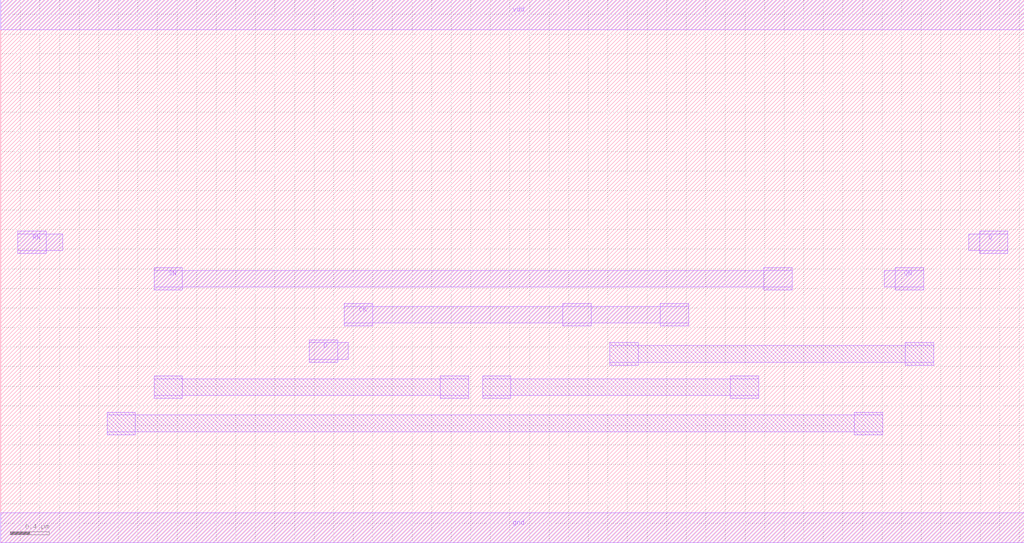
<source format=lef>
VERSION 5.8 ;
BUSBITCHARS "[]" ;
DIVIDERCHAR "/" ;

MACRO sky130_osu_sc_15T_ls__addf_1
  CLASS CORE ;
  ORIGIN 0 0 ;
  FOREIGN sky130_osu_sc_15T_ls__addf_1 0 0 ;
  SIZE 7.04 BY 5.55 ;
  SYMMETRY X Y ;
  SITE 15T ;
  PIN A
    DIRECTION INPUT ;
    USE SIGNAL ;
    PORT
      LAYER met1 ;
        RECT 5.01 1.475 5.3 1.705 ;
        RECT 0.34 1.505 5.3 1.675 ;
        RECT 2.35 1.475 2.64 1.705 ;
        RECT 0.34 1.475 0.63 1.705 ;
    END
  END A
  PIN B
    DIRECTION INPUT ;
    USE SIGNAL ;
    PORT
      LAYER met1 ;
        RECT 4.12 2.215 4.41 2.445 ;
        RECT 0.34 2.25 4.41 2.415 ;
        RECT 4.06 2.245 4.41 2.415 ;
        RECT 0.34 2.245 3.67 2.415 ;
        RECT 2.83 2.215 3.12 2.445 ;
        RECT 2.16 2.215 2.45 2.445 ;
        RECT 0.34 2.215 0.63 2.445 ;
    END
  END B
  PIN CI
    DIRECTION INPUT ;
    USE SIGNAL ;
    PORT
      LAYER met1 ;
        RECT 4.6 1.845 4.89 2.075 ;
        RECT 0.4 1.875 4.89 2.045 ;
        RECT 3.27 1.845 3.56 2.075 ;
        RECT 1.18 1.845 1.47 2.075 ;
    END
  END CI
  PIN CO
    DIRECTION OUTPUT ;
    USE SIGNAL ;
    PORT
      LAYER met1 ;
        RECT 6.605 2.585 6.895 2.815 ;
        RECT 6.495 2.615 6.895 2.785 ;
    END
  END CO
  PIN CON
    DIRECTION OUTPUT ;
    USE SIGNAL ;
    PORT
      LAYER met1 ;
        RECT 5.995 1.105 6.285 1.335 ;
        RECT 1.405 1.135 6.285 1.305 ;
        RECT 3.825 1.105 4.115 1.335 ;
        RECT 1.405 1.105 1.695 1.335 ;
    END
  END CON
  PIN S
    DIRECTION OUTPUT ;
    USE SIGNAL ;
    PORT
      LAYER met1 ;
        RECT 5.655 2.96 5.945 3.19 ;
        RECT 5.545 2.99 5.945 3.16 ;
    END
  END S
  PIN gnd
    DIRECTION INOUT ;
    USE GROUND ;
    SHAPE ABUTMENT ;
    PORT
      LAYER met1 ;
        RECT 0 0 7.04 0.305 ;
    END
  END gnd
  PIN vdd
    DIRECTION INOUT ;
    USE POWER ;
    SHAPE ABUTMENT ;
    PORT
      LAYER met1 ;
        RECT 0 5.245 7.04 5.55 ;
    END
  END vdd
END sky130_osu_sc_15T_ls__addf_1

MACRO sky130_osu_sc_15T_ls__addf_l
  CLASS CORE ;
  ORIGIN 0 0 ;
  FOREIGN sky130_osu_sc_15T_ls__addf_l 0 0 ;
  SIZE 7.04 BY 5.55 ;
  SYMMETRY X Y ;
  SITE 15T ;
  PIN A
    DIRECTION INPUT ;
    USE SIGNAL ;
    PORT
      LAYER met1 ;
        RECT 5.01 1.475 5.3 1.705 ;
        RECT 0.34 1.505 5.3 1.675 ;
        RECT 2.35 1.475 2.64 1.705 ;
        RECT 0.34 1.475 0.63 1.705 ;
    END
  END A
  PIN B
    DIRECTION INPUT ;
    USE SIGNAL ;
    PORT
      LAYER met1 ;
        RECT 4.12 2.215 4.41 2.445 ;
        RECT 0.34 2.25 4.41 2.415 ;
        RECT 4.06 2.245 4.41 2.415 ;
        RECT 0.34 2.245 3.67 2.415 ;
        RECT 2.83 2.215 3.12 2.445 ;
        RECT 2.16 2.215 2.45 2.445 ;
        RECT 0.34 2.215 0.63 2.445 ;
    END
  END B
  PIN CI
    DIRECTION INPUT ;
    USE SIGNAL ;
    PORT
      LAYER met1 ;
        RECT 4.6 1.845 4.89 2.075 ;
        RECT 0.4 1.875 4.89 2.045 ;
        RECT 3.27 1.845 3.56 2.075 ;
        RECT 1.18 1.845 1.47 2.075 ;
    END
  END CI
  PIN CO
    DIRECTION OUTPUT ;
    USE SIGNAL ;
    PORT
      LAYER met1 ;
        RECT 6.605 2.585 6.895 2.815 ;
        RECT 6.495 2.615 6.895 2.785 ;
    END
  END CO
  PIN CON
    DIRECTION OUTPUT ;
    USE SIGNAL ;
    PORT
      LAYER met1 ;
        RECT 5.995 1.105 6.285 1.335 ;
        RECT 1.405 1.135 6.285 1.305 ;
        RECT 3.825 1.105 4.115 1.335 ;
        RECT 1.405 1.105 1.695 1.335 ;
    END
  END CON
  PIN S
    DIRECTION OUTPUT ;
    USE SIGNAL ;
    PORT
      LAYER met1 ;
        RECT 5.655 2.99 5.945 3.22 ;
        RECT 5.545 3.02 5.945 3.19 ;
    END
  END S
  PIN gnd
    DIRECTION INOUT ;
    USE GROUND ;
    SHAPE ABUTMENT ;
    PORT
      LAYER met1 ;
        RECT 0 0 7.04 0.305 ;
    END
  END gnd
  PIN vdd
    DIRECTION INOUT ;
    USE POWER ;
    SHAPE ABUTMENT ;
    PORT
      LAYER met1 ;
        RECT 0 5.245 7.04 5.55 ;
    END
  END vdd
END sky130_osu_sc_15T_ls__addf_l

MACRO sky130_osu_sc_15T_ls__addh_1
  CLASS CORE ;
  ORIGIN 0 0 ;
  FOREIGN sky130_osu_sc_15T_ls__addh_1 0 0 ;
  SIZE 4.18 BY 5.55 ;
  SYMMETRY X Y ;
  SITE 15T ;
  PIN A
    DIRECTION INPUT ;
    USE SIGNAL ;
    PORT
      LAYER met1 ;
        RECT 3.54 2.215 3.83 2.445 ;
        RECT 1.24 2.24 3.83 2.415 ;
        RECT 1.24 2.215 1.53 2.445 ;
    END
  END A
  PIN B
    DIRECTION INPUT ;
    USE SIGNAL ;
    PORT
      LAYER met1 ;
        RECT 3.06 1.845 3.35 2.075 ;
        RECT 0.76 1.875 3.35 2.05 ;
        RECT 0.76 1.845 1.05 2.075 ;
    END
  END B
  PIN CO
    DIRECTION OUTPUT ;
    USE SIGNAL ;
    PORT
      LAYER met1 ;
        RECT 2.03 2.615 2.43 2.785 ;
        RECT 2.03 2.585 2.32 2.815 ;
    END
  END CO
  PIN CON
    DIRECTION OUTPUT ;
    USE SIGNAL ;
    PORT
      LAYER met1 ;
        RECT 3.275 1.475 3.565 1.705 ;
        RECT 3.165 1.505 3.565 1.675 ;
    END
  END CON
  PIN S
    DIRECTION OUTPUT ;
    USE SIGNAL ;
    PORT
      LAYER met1 ;
        RECT 0.115 2.955 0.405 3.185 ;
        RECT 0.115 1.1 0.405 1.33 ;
        RECT 0.175 1.1 0.345 3.185 ;
    END
  END S
  PIN gnd
    DIRECTION INOUT ;
    USE GROUND ;
    SHAPE ABUTMENT ;
    PORT
      LAYER met1 ;
        RECT 0 0 4.18 0.305 ;
    END
  END gnd
  PIN vdd
    DIRECTION INOUT ;
    USE POWER ;
    SHAPE ABUTMENT ;
    PORT
      LAYER met1 ;
        RECT 0 5.245 4.18 5.55 ;
    END
  END vdd
  OBS
    LAYER met1 ;
      RECT 2.475 1.475 2.765 1.705 ;
      RECT 0.49 1.475 0.78 1.705 ;
      RECT 0.49 1.505 2.765 1.675 ;
  END
END sky130_osu_sc_15T_ls__addh_1

MACRO sky130_osu_sc_15T_ls__addh_l
  CLASS CORE ;
  ORIGIN 0 0 ;
  FOREIGN sky130_osu_sc_15T_ls__addh_l 0 0 ;
  SIZE 4.18 BY 5.55 ;
  SYMMETRY X Y ;
  SITE 15T ;
  PIN A
    DIRECTION INPUT ;
    USE SIGNAL ;
    PORT
      LAYER met1 ;
        RECT 3.54 2.215 3.83 2.445 ;
        RECT 1.24 2.24 3.83 2.415 ;
        RECT 1.24 2.215 1.53 2.445 ;
    END
  END A
  PIN B
    DIRECTION INPUT ;
    USE SIGNAL ;
    PORT
      LAYER met1 ;
        RECT 3.06 1.845 3.35 2.075 ;
        RECT 0.76 1.875 3.35 2.05 ;
        RECT 0.76 1.845 1.05 2.075 ;
    END
  END B
  PIN CO
    DIRECTION OUTPUT ;
    USE SIGNAL ;
    PORT
      LAYER met1 ;
        RECT 2.03 2.615 2.43 2.785 ;
        RECT 2.03 2.585 2.32 2.815 ;
    END
  END CO
  PIN CON
    DIRECTION OUTPUT ;
    USE SIGNAL ;
    PORT
      LAYER met1 ;
        RECT 3.275 1.475 3.565 1.705 ;
        RECT 3.165 1.505 3.565 1.675 ;
    END
  END CON
  PIN S
    DIRECTION OUTPUT ;
    USE SIGNAL ;
    PORT
      LAYER met1 ;
        RECT 0.115 2.955 0.405 3.185 ;
        RECT 0.115 1.1 0.405 1.33 ;
        RECT 0.175 1.1 0.345 3.185 ;
    END
  END S
  PIN gnd
    DIRECTION INOUT ;
    USE GROUND ;
    SHAPE ABUTMENT ;
    PORT
      LAYER met1 ;
        RECT 0 0 4.18 0.305 ;
    END
  END gnd
  PIN vdd
    DIRECTION INOUT ;
    USE POWER ;
    SHAPE ABUTMENT ;
    PORT
      LAYER met1 ;
        RECT 0 5.245 4.18 5.55 ;
    END
  END vdd
  OBS
    LAYER met1 ;
      RECT 2.475 1.475 2.765 1.705 ;
      RECT 0.49 1.475 0.78 1.705 ;
      RECT 0.49 1.505 2.765 1.675 ;
  END
END sky130_osu_sc_15T_ls__addh_l

MACRO sky130_osu_sc_15T_ls__and2_1
  CLASS CORE ;
  ORIGIN 0 0 ;
  FOREIGN sky130_osu_sc_15T_ls__and2_1 0 0 ;
  SIZE 1.87 BY 5.55 ;
  SYMMETRY X Y ;
  SITE 15T ;
  PIN A
    DIRECTION INPUT ;
    USE SIGNAL ;
    PORT
      LAYER met1 ;
        RECT 0.125 2.985 0.525 3.155 ;
        RECT 0.125 2.955 0.415 3.185 ;
    END
  END A
  PIN B
    DIRECTION INPUT ;
    USE SIGNAL ;
    PORT
      LAYER met1 ;
        RECT 0.805 2.585 1.095 2.815 ;
        RECT 0.7 2.615 1.095 2.785 ;
    END
  END B
  PIN Y
    DIRECTION OUTPUT ;
    USE SIGNAL ;
    PORT
      LAYER met1 ;
        RECT 1.405 2.215 1.695 2.445 ;
        RECT 1.405 1.105 1.695 1.335 ;
        RECT 1.465 1.105 1.635 2.445 ;
    END
  END Y
  PIN gnd
    DIRECTION INOUT ;
    USE GROUND ;
    SHAPE ABUTMENT ;
    PORT
      LAYER met1 ;
        RECT 0 0 1.87 0.305 ;
    END
  END gnd
  PIN vdd
    DIRECTION INOUT ;
    USE POWER ;
    SHAPE ABUTMENT ;
    PORT
      LAYER met1 ;
        RECT 0 5.245 1.87 5.55 ;
    END
  END vdd
END sky130_osu_sc_15T_ls__and2_1

MACRO sky130_osu_sc_15T_ls__and2_2
  CLASS CORE ;
  ORIGIN 0 0 ;
  FOREIGN sky130_osu_sc_15T_ls__and2_2 0 0 ;
  SIZE 2.31 BY 5.55 ;
  SYMMETRY X Y ;
  SITE 15T ;
  PIN A
    DIRECTION INPUT ;
    USE SIGNAL ;
    PORT
      LAYER met1 ;
        RECT 0.125 2.985 0.525 3.155 ;
        RECT 0.125 2.955 0.415 3.185 ;
    END
  END A
  PIN B
    DIRECTION INPUT ;
    USE SIGNAL ;
    PORT
      LAYER met1 ;
        RECT 0.805 2.585 1.095 2.815 ;
        RECT 0.7 2.615 1.095 2.785 ;
    END
  END B
  PIN Y
    DIRECTION OUTPUT ;
    USE SIGNAL ;
    PORT
      LAYER met1 ;
        RECT 1.405 2.215 1.695 2.445 ;
        RECT 1.405 1.105 1.695 1.335 ;
        RECT 1.465 1.105 1.635 2.445 ;
    END
  END Y
  PIN gnd
    DIRECTION INOUT ;
    USE GROUND ;
    SHAPE ABUTMENT ;
    PORT
      LAYER met1 ;
        RECT 0 0 2.31 0.305 ;
    END
  END gnd
  PIN vdd
    DIRECTION INOUT ;
    USE POWER ;
    SHAPE ABUTMENT ;
    PORT
      LAYER met1 ;
        RECT 0 5.245 2.31 5.55 ;
    END
  END vdd
END sky130_osu_sc_15T_ls__and2_2

MACRO sky130_osu_sc_15T_ls__and2_4
  CLASS CORE ;
  ORIGIN 0 0 ;
  FOREIGN sky130_osu_sc_15T_ls__and2_4 0 0 ;
  SIZE 3.19 BY 5.55 ;
  SYMMETRY X Y ;
  SITE 15T ;
  PIN A
    DIRECTION INPUT ;
    USE SIGNAL ;
    PORT
      LAYER met1 ;
        RECT 0.125 2.985 0.525 3.155 ;
        RECT 0.125 2.955 0.415 3.185 ;
    END
  END A
  PIN B
    DIRECTION INPUT ;
    USE SIGNAL ;
    PORT
      LAYER met1 ;
        RECT 0.805 2.585 1.095 2.815 ;
        RECT 0.7 2.615 1.095 2.785 ;
    END
  END B
  PIN Y
    DIRECTION OUTPUT ;
    USE SIGNAL ;
    PORT
      LAYER met1 ;
        RECT 2.265 2.215 2.555 2.445 ;
        RECT 2.265 1.105 2.555 1.335 ;
        RECT 2.325 1.105 2.495 2.445 ;
        RECT 1.405 2.245 2.555 2.415 ;
        RECT 1.405 1.135 2.555 1.305 ;
        RECT 1.405 2.215 1.695 2.445 ;
        RECT 1.405 1.105 1.695 1.335 ;
        RECT 1.465 1.105 1.635 2.445 ;
    END
  END Y
  PIN gnd
    DIRECTION INOUT ;
    USE GROUND ;
    SHAPE ABUTMENT ;
    PORT
      LAYER met1 ;
        RECT 0 0 3.19 0.305 ;
    END
  END gnd
  PIN vdd
    DIRECTION INOUT ;
    USE POWER ;
    SHAPE ABUTMENT ;
    PORT
      LAYER met1 ;
        RECT 0 5.245 3.19 5.55 ;
    END
  END vdd
END sky130_osu_sc_15T_ls__and2_4

MACRO sky130_osu_sc_15T_ls__and2_6
  CLASS CORE ;
  ORIGIN 0 0 ;
  FOREIGN sky130_osu_sc_15T_ls__and2_6 0 0 ;
  SIZE 4.07 BY 5.55 ;
  SYMMETRY X Y ;
  SITE 15T ;
  PIN A
    DIRECTION INPUT ;
    USE SIGNAL ;
    PORT
      LAYER met1 ;
        RECT 0.09 2.985 0.49 3.155 ;
        RECT 0.09 2.955 0.38 3.185 ;
    END
  END A
  PIN B
    DIRECTION INPUT ;
    USE SIGNAL ;
    PORT
      LAYER met1 ;
        RECT 0.77 2.585 1.06 2.815 ;
        RECT 0.66 2.615 1.06 2.785 ;
    END
  END B
  PIN Y
    DIRECTION OUTPUT ;
    USE SIGNAL ;
    PORT
      LAYER met1 ;
        RECT 3.125 2.215 3.415 2.445 ;
        RECT 3.125 1.105 3.415 1.335 ;
        RECT 3.185 1.105 3.355 2.445 ;
        RECT 1.405 2.245 3.415 2.415 ;
        RECT 1.405 1.135 3.415 1.305 ;
        RECT 2.265 2.215 2.555 2.445 ;
        RECT 2.265 1.105 2.555 1.335 ;
        RECT 2.325 1.105 2.495 2.445 ;
        RECT 1.405 2.215 1.695 2.445 ;
        RECT 1.405 1.105 1.695 1.335 ;
        RECT 1.465 1.105 1.635 2.445 ;
    END
  END Y
  PIN gnd
    DIRECTION INOUT ;
    USE GROUND ;
    SHAPE ABUTMENT ;
    PORT
      LAYER met1 ;
        RECT 0 0 4.07 0.305 ;
    END
  END gnd
  PIN vdd
    DIRECTION INOUT ;
    USE POWER ;
    SHAPE ABUTMENT ;
    PORT
      LAYER met1 ;
        RECT 0 5.245 4.07 5.55 ;
    END
  END vdd
END sky130_osu_sc_15T_ls__and2_6

MACRO sky130_osu_sc_15T_ls__and2_8
  CLASS CORE ;
  ORIGIN 0 0 ;
  FOREIGN sky130_osu_sc_15T_ls__and2_8 0 0 ;
  SIZE 4.95 BY 5.55 ;
  SYMMETRY X Y ;
  SITE 15T ;
  PIN A
    DIRECTION INPUT ;
    USE SIGNAL ;
    PORT
      LAYER met1 ;
        RECT 0.125 2.985 0.525 3.155 ;
        RECT 0.125 2.955 0.415 3.185 ;
    END
  END A
  PIN B
    DIRECTION INPUT ;
    USE SIGNAL ;
    PORT
      LAYER met1 ;
        RECT 0.805 2.585 1.095 2.815 ;
        RECT 0.7 2.615 1.095 2.785 ;
    END
  END B
  PIN Y
    DIRECTION OUTPUT ;
    USE SIGNAL ;
    PORT
      LAYER met1 ;
        RECT 3.985 2.215 4.275 2.445 ;
        RECT 3.985 1.105 4.275 1.335 ;
        RECT 4.045 1.105 4.215 2.445 ;
        RECT 1.405 2.245 4.275 2.415 ;
        RECT 3.56 1.135 4.275 1.305 ;
        RECT 3.125 2.215 3.415 2.445 ;
        RECT 3.125 1.105 3.415 1.335 ;
        RECT 3.185 1.105 3.355 2.445 ;
        RECT 1.405 1.135 3.415 1.305 ;
        RECT 2.265 2.215 2.555 2.445 ;
        RECT 2.265 1.105 2.555 1.335 ;
        RECT 2.325 1.105 2.495 2.445 ;
        RECT 1.405 2.215 1.695 2.445 ;
        RECT 1.405 1.105 1.695 1.335 ;
        RECT 1.465 1.105 1.635 2.445 ;
    END
  END Y
  PIN gnd
    DIRECTION INOUT ;
    USE GROUND ;
    SHAPE ABUTMENT ;
    PORT
      LAYER met1 ;
        RECT 0 0 4.95 0.305 ;
    END
  END gnd
  PIN vdd
    DIRECTION INOUT ;
    USE POWER ;
    SHAPE ABUTMENT ;
    PORT
      LAYER met1 ;
        RECT 0 5.245 4.95 5.55 ;
    END
  END vdd
END sky130_osu_sc_15T_ls__and2_8

MACRO sky130_osu_sc_15T_ls__and2_l
  CLASS CORE ;
  ORIGIN 0 0 ;
  FOREIGN sky130_osu_sc_15T_ls__and2_l 0 0 ;
  SIZE 1.87 BY 5.55 ;
  SYMMETRY X Y ;
  SITE 15T ;
  PIN A
    DIRECTION INPUT ;
    USE SIGNAL ;
    PORT
      LAYER met1 ;
        RECT 0.125 2.985 0.525 3.155 ;
        RECT 0.125 2.955 0.415 3.185 ;
    END
  END A
  PIN B
    DIRECTION INPUT ;
    USE SIGNAL ;
    PORT
      LAYER met1 ;
        RECT 0.805 2.585 1.095 2.815 ;
        RECT 0.7 2.615 1.095 2.785 ;
    END
  END B
  PIN Y
    DIRECTION OUTPUT ;
    USE SIGNAL ;
    PORT
      LAYER met1 ;
        RECT 1.405 2.215 1.695 2.445 ;
        RECT 1.405 1.105 1.695 1.335 ;
        RECT 1.465 1.105 1.635 2.445 ;
    END
  END Y
  PIN gnd
    DIRECTION INOUT ;
    USE GROUND ;
    SHAPE ABUTMENT ;
    PORT
      LAYER met1 ;
        RECT 0 0 1.87 0.305 ;
    END
  END gnd
  PIN vdd
    DIRECTION INOUT ;
    USE POWER ;
    SHAPE ABUTMENT ;
    PORT
      LAYER met1 ;
        RECT 0 5.245 1.87 5.55 ;
    END
  END vdd
END sky130_osu_sc_15T_ls__and2_l

MACRO sky130_osu_sc_15T_ls__ant
  CLASS CORE ;
  ORIGIN 0 0 ;
  FOREIGN sky130_osu_sc_15T_ls__ant 0 0 ;
  SIZE 0.99 BY 5.55 ;
  SYMMETRY X Y ;
  SITE 15T ;
  PIN A
    DIRECTION INPUT ;
    USE SIGNAL ;
    PORT
      LAYER met1 ;
        RECT 0.175 2.215 0.54 2.445 ;
    END
  END A
  PIN gnd
    DIRECTION INOUT ;
    USE GROUND ;
    SHAPE ABUTMENT ;
    PORT
      LAYER met1 ;
        RECT 0 0 0.99 0.305 ;
    END
  END gnd
  PIN vdd
    DIRECTION INOUT ;
    USE POWER ;
    SHAPE ABUTMENT ;
    PORT
      LAYER met1 ;
        RECT 0 5.245 0.99 5.55 ;
    END
  END vdd
END sky130_osu_sc_15T_ls__ant

MACRO sky130_osu_sc_15T_ls__antfill
  CLASS CORE ;
  ORIGIN 0 0 ;
  FOREIGN sky130_osu_sc_15T_ls__antfill 0 0 ;
  SIZE 0.99 BY 5.55 ;
  SYMMETRY X Y ;
  SITE 15T ;
  PIN A
    DIRECTION INPUT ;
    USE SIGNAL ;
    PORT
      LAYER met1 ;
        RECT 0.175 2.215 0.54 2.445 ;
    END
  END A
  PIN gnd
    DIRECTION INOUT ;
    USE GROUND ;
    SHAPE ABUTMENT ;
    PORT
      LAYER met1 ;
        RECT 0 0 0.99 0.305 ;
    END
  END gnd
  PIN vdd
    DIRECTION INOUT ;
    USE POWER ;
    SHAPE ABUTMENT ;
    PORT
      LAYER met1 ;
        RECT 0 5.245 0.99 5.55 ;
    END
  END vdd
END sky130_osu_sc_15T_ls__antfill

MACRO sky130_osu_sc_15T_ls__aoi21_l
  CLASS CORE ;
  ORIGIN 0 0 ;
  FOREIGN sky130_osu_sc_15T_ls__aoi21_l 0 0 ;
  SIZE 1.87 BY 5.55 ;
  SYMMETRY X Y ;
  SITE 15T ;
  PIN A0
    DIRECTION INPUT ;
    USE SIGNAL ;
    PORT
      LAYER met1 ;
        RECT 0.24 2.985 0.64 3.155 ;
        RECT 0.24 2.955 0.53 3.185 ;
    END
  END A0
  PIN A1
    DIRECTION INPUT ;
    USE SIGNAL ;
    PORT
      LAYER met1 ;
        RECT 0.58 2.615 0.98 2.785 ;
        RECT 0.58 2.585 0.87 2.815 ;
    END
  END A1
  PIN B0
    DIRECTION INPUT ;
    USE SIGNAL ;
    PORT
      LAYER met1 ;
        RECT 1.02 2.215 1.31 2.445 ;
        RECT 0.91 2.245 1.31 2.415 ;
    END
  END B0
  PIN Y
    DIRECTION OUTPUT ;
    USE SIGNAL ;
    PORT
      LAYER met1 ;
        RECT 1.405 1.845 1.695 2.075 ;
        RECT 1.465 1.135 1.635 2.075 ;
        RECT 0.905 1.135 1.635 1.305 ;
        RECT 0.905 1.105 1.195 1.335 ;
    END
  END Y
  PIN gnd
    DIRECTION INOUT ;
    USE GROUND ;
    SHAPE ABUTMENT ;
    PORT
      LAYER met1 ;
        RECT 0 0 1.87 0.305 ;
    END
  END gnd
  PIN vdd
    DIRECTION INOUT ;
    USE POWER ;
    SHAPE ABUTMENT ;
    PORT
      LAYER met1 ;
        RECT 0 5.245 1.87 5.55 ;
    END
  END vdd
END sky130_osu_sc_15T_ls__aoi21_l

MACRO sky130_osu_sc_15T_ls__aoi22_l
  CLASS CORE ;
  ORIGIN 0 0 ;
  FOREIGN sky130_osu_sc_15T_ls__aoi22_l 0 0 ;
  SIZE 2.31 BY 5.55 ;
  SYMMETRY X Y ;
  SITE 15T ;
  PIN A0
    DIRECTION INPUT ;
    USE SIGNAL ;
    PORT
      LAYER met1 ;
        RECT 0.24 2.985 0.64 3.155 ;
        RECT 0.24 2.955 0.53 3.185 ;
    END
  END A0
  PIN A1
    DIRECTION INPUT ;
    USE SIGNAL ;
    PORT
      LAYER met1 ;
        RECT 0.58 2.615 0.98 2.785 ;
        RECT 0.58 2.585 0.87 2.815 ;
    END
  END A1
  PIN B0
    DIRECTION INPUT ;
    USE SIGNAL ;
    PORT
      LAYER met1 ;
        RECT 1.02 2.215 1.31 2.445 ;
        RECT 0.91 2.245 1.31 2.415 ;
    END
  END B0
  PIN B1
    DIRECTION INPUT ;
    USE SIGNAL ;
    PORT
      LAYER met1 ;
        RECT 1.79 1.85 2.08 2.08 ;
        RECT 1.68 1.88 2.08 2.05 ;
    END
  END B1
  PIN Y
    DIRECTION OUTPUT ;
    USE SIGNAL ;
    PORT
      LAYER met1 ;
        RECT 1.45 1.475 1.74 1.705 ;
        RECT 1.52 1.135 1.69 1.705 ;
        RECT 0.94 1.135 1.69 1.305 ;
        RECT 0.94 1.105 1.23 1.335 ;
    END
  END Y
  PIN gnd
    DIRECTION INOUT ;
    USE GROUND ;
    SHAPE ABUTMENT ;
    PORT
      LAYER met1 ;
        RECT 0 0 2.31 0.305 ;
    END
  END gnd
  PIN vdd
    DIRECTION INOUT ;
    USE POWER ;
    SHAPE ABUTMENT ;
    PORT
      LAYER met1 ;
        RECT 0 5.245 2.31 5.55 ;
    END
  END vdd
END sky130_osu_sc_15T_ls__aoi22_l

MACRO sky130_osu_sc_15T_ls__buf_1
  CLASS CORE ;
  ORIGIN 0 0 ;
  FOREIGN sky130_osu_sc_15T_ls__buf_1 0 0 ;
  SIZE 1.43 BY 5.55 ;
  SYMMETRY X Y ;
  SITE 15T ;
  PIN A
    DIRECTION INPUT ;
    USE SIGNAL ;
    PORT
      LAYER met1 ;
        RECT 0.49 2.955 0.78 3.185 ;
        RECT 0.32 2.985 0.78 3.155 ;
    END
  END A
  PIN Y
    DIRECTION OUTPUT ;
    USE SIGNAL ;
    PORT
      LAYER met1 ;
        RECT 0.975 2.585 1.265 2.815 ;
        RECT 0.975 1.105 1.265 1.335 ;
        RECT 1.035 1.105 1.205 2.815 ;
    END
  END Y
  PIN gnd
    DIRECTION INOUT ;
    USE GROUND ;
    SHAPE ABUTMENT ;
    PORT
      LAYER met1 ;
        RECT 0 0 1.43 0.305 ;
    END
  END gnd
  PIN vdd
    DIRECTION INOUT ;
    USE POWER ;
    SHAPE ABUTMENT ;
    PORT
      LAYER met1 ;
        RECT 0 5.245 1.43 5.55 ;
    END
  END vdd
END sky130_osu_sc_15T_ls__buf_1

MACRO sky130_osu_sc_15T_ls__buf_2
  CLASS CORE ;
  ORIGIN 0 0 ;
  FOREIGN sky130_osu_sc_15T_ls__buf_2 0 0 ;
  SIZE 1.87 BY 5.55 ;
  SYMMETRY X Y ;
  SITE 15T ;
  PIN A
    DIRECTION INPUT ;
    USE SIGNAL ;
    PORT
      LAYER met1 ;
        RECT 0.49 2.955 0.78 3.185 ;
        RECT 0.32 2.985 0.78 3.155 ;
    END
  END A
  PIN Y
    DIRECTION OUTPUT ;
    USE SIGNAL ;
    PORT
      LAYER met1 ;
        RECT 0.975 2.585 1.265 2.815 ;
        RECT 0.975 1.105 1.265 1.335 ;
        RECT 1.035 1.105 1.205 2.815 ;
    END
  END Y
  PIN gnd
    DIRECTION INOUT ;
    USE GROUND ;
    SHAPE ABUTMENT ;
    PORT
      LAYER met1 ;
        RECT 0 0 1.87 0.305 ;
    END
  END gnd
  PIN vdd
    DIRECTION INOUT ;
    USE POWER ;
    SHAPE ABUTMENT ;
    PORT
      LAYER met1 ;
        RECT 0 5.245 1.87 5.55 ;
    END
  END vdd
END sky130_osu_sc_15T_ls__buf_2

MACRO sky130_osu_sc_15T_ls__buf_4
  CLASS CORE ;
  ORIGIN 0 0 ;
  FOREIGN sky130_osu_sc_15T_ls__buf_4 0 0 ;
  SIZE 2.75 BY 5.55 ;
  SYMMETRY X Y ;
  SITE 15T ;
  PIN A
    DIRECTION INPUT ;
    USE SIGNAL ;
    PORT
      LAYER met1 ;
        RECT 0.49 2.955 0.78 3.185 ;
        RECT 0.32 2.985 0.78 3.155 ;
    END
  END A
  PIN Y
    DIRECTION OUTPUT ;
    USE SIGNAL ;
    PORT
      LAYER met1 ;
        RECT 1.835 2.585 2.125 2.815 ;
        RECT 1.835 1.105 2.125 1.335 ;
        RECT 1.895 1.105 2.065 2.815 ;
        RECT 0.975 2.615 2.125 2.785 ;
        RECT 0.975 1.135 2.125 1.305 ;
        RECT 0.975 2.585 1.265 2.815 ;
        RECT 0.975 1.105 1.265 1.335 ;
        RECT 1.035 1.105 1.205 2.815 ;
    END
  END Y
  PIN gnd
    DIRECTION INOUT ;
    USE GROUND ;
    SHAPE ABUTMENT ;
    PORT
      LAYER met1 ;
        RECT 0 0 2.75 0.305 ;
    END
  END gnd
  PIN vdd
    DIRECTION INOUT ;
    USE POWER ;
    SHAPE ABUTMENT ;
    PORT
      LAYER met1 ;
        RECT 0 5.245 2.75 5.55 ;
    END
  END vdd
END sky130_osu_sc_15T_ls__buf_4

MACRO sky130_osu_sc_15T_ls__buf_6
  CLASS CORE ;
  ORIGIN 0 0 ;
  FOREIGN sky130_osu_sc_15T_ls__buf_6 0 0 ;
  SIZE 3.63 BY 5.55 ;
  SYMMETRY X Y ;
  SITE 15T ;
  PIN A
    DIRECTION INPUT ;
    USE SIGNAL ;
    PORT
      LAYER met1 ;
        RECT 0.49 2.955 0.78 3.185 ;
        RECT 0.32 2.985 0.78 3.155 ;
    END
  END A
  PIN Y
    DIRECTION OUTPUT ;
    USE SIGNAL ;
    PORT
      LAYER met1 ;
        RECT 2.695 2.585 2.985 2.815 ;
        RECT 2.695 1.105 2.985 1.335 ;
        RECT 2.755 1.105 2.925 2.815 ;
        RECT 0.975 2.615 2.985 2.785 ;
        RECT 0.975 1.135 2.985 1.305 ;
        RECT 1.835 2.585 2.125 2.815 ;
        RECT 1.835 1.105 2.125 1.335 ;
        RECT 1.895 1.105 2.065 2.815 ;
        RECT 0.975 2.585 1.265 2.815 ;
        RECT 0.975 1.105 1.265 1.335 ;
        RECT 1.035 1.105 1.205 2.815 ;
    END
  END Y
  PIN gnd
    DIRECTION INOUT ;
    USE GROUND ;
    SHAPE ABUTMENT ;
    PORT
      LAYER met1 ;
        RECT 0 0 3.63 0.305 ;
    END
  END gnd
  PIN vdd
    DIRECTION INOUT ;
    USE POWER ;
    SHAPE ABUTMENT ;
    PORT
      LAYER met1 ;
        RECT 0 5.245 3.63 5.55 ;
    END
  END vdd
END sky130_osu_sc_15T_ls__buf_6

MACRO sky130_osu_sc_15T_ls__buf_8
  CLASS CORE ;
  ORIGIN 0 0 ;
  FOREIGN sky130_osu_sc_15T_ls__buf_8 0 0 ;
  SIZE 4.51 BY 5.55 ;
  SYMMETRY X Y ;
  SITE 15T ;
  PIN A
    DIRECTION INPUT ;
    USE SIGNAL ;
    PORT
      LAYER met1 ;
        RECT 0.49 2.955 0.78 3.185 ;
        RECT 0.32 2.985 0.78 3.155 ;
    END
  END A
  PIN Y
    DIRECTION OUTPUT ;
    USE SIGNAL ;
    PORT
      LAYER met1 ;
        RECT 3.555 2.585 3.845 2.815 ;
        RECT 3.555 1.105 3.845 1.335 ;
        RECT 3.615 1.105 3.785 2.815 ;
        RECT 0.975 2.615 3.845 2.785 ;
        RECT 0.975 1.135 3.845 1.305 ;
        RECT 2.695 2.585 2.985 2.815 ;
        RECT 2.695 1.105 2.985 1.335 ;
        RECT 2.755 1.105 2.925 2.815 ;
        RECT 1.835 2.585 2.125 2.815 ;
        RECT 1.835 1.105 2.125 1.335 ;
        RECT 1.895 1.105 2.065 2.815 ;
        RECT 0.975 2.585 1.265 2.815 ;
        RECT 0.975 1.105 1.265 1.335 ;
        RECT 1.035 1.105 1.205 2.815 ;
    END
  END Y
  PIN gnd
    DIRECTION INOUT ;
    USE GROUND ;
    SHAPE ABUTMENT ;
    PORT
      LAYER met1 ;
        RECT 0 0 4.51 0.305 ;
    END
  END gnd
  PIN vdd
    DIRECTION INOUT ;
    USE POWER ;
    SHAPE ABUTMENT ;
    PORT
      LAYER met1 ;
        RECT 0 5.245 4.51 5.55 ;
    END
  END vdd
END sky130_osu_sc_15T_ls__buf_8

MACRO sky130_osu_sc_15T_ls__buf_l
  CLASS CORE ;
  ORIGIN 0 0 ;
  FOREIGN sky130_osu_sc_15T_ls__buf_l 0 0 ;
  SIZE 1.43 BY 5.55 ;
  SYMMETRY X Y ;
  SITE 15T ;
  PIN A
    DIRECTION INPUT ;
    USE SIGNAL ;
    PORT
      LAYER met1 ;
        RECT 0.49 2.955 0.78 3.185 ;
        RECT 0.32 2.985 0.78 3.155 ;
    END
  END A
  PIN Y
    DIRECTION OUTPUT ;
    USE SIGNAL ;
    PORT
      LAYER met1 ;
        RECT 0.975 2.585 1.265 2.815 ;
        RECT 0.975 1.105 1.265 1.335 ;
        RECT 1.035 1.105 1.205 2.815 ;
    END
  END Y
  PIN gnd
    DIRECTION INOUT ;
    USE GROUND ;
    SHAPE ABUTMENT ;
    PORT
      LAYER met1 ;
        RECT 0 0 1.43 0.305 ;
    END
  END gnd
  PIN vdd
    DIRECTION INOUT ;
    USE POWER ;
    SHAPE ABUTMENT ;
    PORT
      LAYER met1 ;
        RECT 0 5.245 1.43 5.55 ;
    END
  END vdd
END sky130_osu_sc_15T_ls__buf_l

MACRO sky130_osu_sc_15T_ls__decap_1
  CLASS CORE ;
  ORIGIN 0 0 ;
  FOREIGN sky130_osu_sc_15T_ls__decap_1 0 0 ;
  SIZE 0.99 BY 5.55 ;
  SYMMETRY X Y ;
  SITE 15T ;
  PIN gnd
    DIRECTION INOUT ;
    USE GROUND ;
    SHAPE ABUTMENT ;
    PORT
      LAYER met1 ;
        RECT 0 0 0.99 0.305 ;
    END
  END gnd
  PIN vdd
    DIRECTION INOUT ;
    USE POWER ;
    SHAPE ABUTMENT ;
    PORT
      LAYER met1 ;
        RECT 0 5.245 0.99 5.55 ;
    END
  END vdd
END sky130_osu_sc_15T_ls__decap_1

MACRO sky130_osu_sc_15T_ls__decap_l
  CLASS CORE ;
  ORIGIN 0 0 ;
  FOREIGN sky130_osu_sc_15T_ls__decap_l 0 0 ;
  SIZE 0.99 BY 5.55 ;
  SYMMETRY X Y ;
  SITE 15T ;
  PIN gnd
    DIRECTION INOUT ;
    USE GROUND ;
    SHAPE ABUTMENT ;
    PORT
      LAYER met1 ;
        RECT 0 0 0.99 0.305 ;
    END
  END gnd
  PIN vdd
    DIRECTION INOUT ;
    USE POWER ;
    SHAPE ABUTMENT ;
    PORT
      LAYER met1 ;
        RECT 0 5.245 0.99 5.55 ;
    END
  END vdd
END sky130_osu_sc_15T_ls__decap_l

MACRO sky130_osu_sc_15T_ls__dff_1
  CLASS CORE ;
  ORIGIN 0 0 ;
  FOREIGN sky130_osu_sc_15T_ls__dff_1 0 0 ;
  SIZE 7.26 BY 5.55 ;
  SYMMETRY X Y ;
  SITE 15T ;
  PIN CK
    DIRECTION INPUT ;
    USE SIGNAL ;
    PORT
      LAYER met1 ;
        RECT 4.43 2.215 4.72 2.445 ;
        RECT 1.205 2.245 4.72 2.415 ;
        RECT 3.435 2.215 3.725 2.445 ;
        RECT 1.205 2.215 1.495 2.445 ;
    END
  END CK
  PIN D
    DIRECTION INPUT ;
    USE SIGNAL ;
    PORT
      LAYER met1 ;
        RECT 0.845 1.875 1.245 2.045 ;
        RECT 0.845 1.845 1.135 2.075 ;
    END
  END D
  PIN Q
    DIRECTION OUTPUT ;
    USE SIGNAL ;
    PORT
      LAYER met1 ;
        RECT 6.83 2.955 7.12 3.185 ;
        RECT 6.715 2.985 7.12 3.155 ;
    END
  END Q
  PIN QN
    DIRECTION OUTPUT ;
    USE SIGNAL ;
    PORT
      LAYER met1 ;
        RECT 5.97 2.585 6.26 2.815 ;
        RECT 5.86 2.615 6.26 2.785 ;
    END
  END QN
  PIN gnd
    DIRECTION INOUT ;
    USE GROUND ;
    SHAPE ABUTMENT ;
    PORT
      LAYER met1 ;
        RECT 0 0 7.26 0.305 ;
    END
  END gnd
  PIN vdd
    DIRECTION INOUT ;
    USE POWER ;
    SHAPE ABUTMENT ;
    PORT
      LAYER met1 ;
        RECT 0 5.245 7.26 5.55 ;
    END
  END vdd
  OBS
    LAYER met1 ;
      RECT 6.07 1.815 6.36 2.045 ;
      RECT 3.915 1.815 4.205 2.045 ;
      RECT 3.915 1.845 6.36 2.015 ;
      RECT 5.03 1.475 5.32 1.705 ;
      RECT 2.615 1.475 2.905 1.705 ;
      RECT 2.615 1.505 5.32 1.675 ;
      RECT 2.185 1.475 2.475 1.705 ;
      RECT 0.14 1.475 0.43 1.705 ;
      RECT 0.14 1.505 2.475 1.675 ;
  END
END sky130_osu_sc_15T_ls__dff_1

MACRO sky130_osu_sc_15T_ls__dff_l
  CLASS CORE ;
  ORIGIN 0 0 ;
  FOREIGN sky130_osu_sc_15T_ls__dff_l 0 0 ;
  SIZE 7.26 BY 5.55 ;
  SYMMETRY X Y ;
  SITE 15T ;
  PIN CK
    DIRECTION INPUT ;
    USE SIGNAL ;
    PORT
      LAYER met1 ;
        RECT 4.43 2.215 4.72 2.445 ;
        RECT 1.205 2.245 4.72 2.415 ;
        RECT 3.435 2.215 3.725 2.445 ;
        RECT 1.205 2.215 1.495 2.445 ;
    END
  END CK
  PIN D
    DIRECTION INPUT ;
    USE SIGNAL ;
    PORT
      LAYER met1 ;
        RECT 0.845 1.875 1.245 2.045 ;
        RECT 0.845 1.845 1.135 2.075 ;
    END
  END D
  PIN Q
    DIRECTION OUTPUT ;
    USE SIGNAL ;
    PORT
      LAYER met1 ;
        RECT 6.825 2.955 7.115 3.185 ;
        RECT 6.715 2.985 7.115 3.155 ;
    END
  END Q
  PIN QN
    DIRECTION OUTPUT ;
    USE SIGNAL ;
    PORT
      LAYER met1 ;
        RECT 5.97 2.585 6.26 2.815 ;
        RECT 5.86 2.615 6.26 2.785 ;
    END
  END QN
  PIN gnd
    DIRECTION INOUT ;
    USE GROUND ;
    SHAPE ABUTMENT ;
    PORT
      LAYER met1 ;
        RECT 0 0 7.26 0.305 ;
    END
  END gnd
  PIN vdd
    DIRECTION INOUT ;
    USE POWER ;
    SHAPE ABUTMENT ;
    PORT
      LAYER met1 ;
        RECT 0 5.245 7.26 5.55 ;
    END
  END vdd
  OBS
    LAYER met1 ;
      RECT 6.07 1.815 6.36 2.045 ;
      RECT 3.915 1.815 4.205 2.045 ;
      RECT 3.915 1.845 6.36 2.015 ;
      RECT 5.03 1.475 5.32 1.705 ;
      RECT 2.615 1.475 2.905 1.705 ;
      RECT 2.615 1.505 5.32 1.675 ;
      RECT 2.185 1.475 2.475 1.705 ;
      RECT 0.14 1.475 0.43 1.705 ;
      RECT 0.14 1.505 2.475 1.675 ;
  END
END sky130_osu_sc_15T_ls__dff_l

MACRO sky130_osu_sc_15T_ls__dffr_1
  CLASS CORE ;
  ORIGIN 0 0 ;
  FOREIGN sky130_osu_sc_15T_ls__dffr_1 0 0 ;
  SIZE 9.57 BY 5.55 ;
  SYMMETRY X Y ;
  SITE 15T ;
  PIN CK
    DIRECTION INPUT ;
    USE SIGNAL ;
    PORT
      LAYER met1 ;
        RECT 6.305 2.215 6.595 2.445 ;
        RECT 3.08 2.245 6.595 2.415 ;
        RECT 5.31 2.215 5.6 2.445 ;
        RECT 3.08 2.215 3.37 2.445 ;
    END
  END CK
  PIN D
    DIRECTION INPUT ;
    USE SIGNAL ;
    PORT
      LAYER met1 ;
        RECT 2.72 1.875 3.12 2.045 ;
        RECT 2.72 1.845 3.01 2.075 ;
    END
  END D
  PIN Q
    DIRECTION OUTPUT ;
    USE SIGNAL ;
    PORT
      LAYER met1 ;
        RECT 9.13 2.955 9.42 3.185 ;
        RECT 9.02 2.985 9.42 3.155 ;
    END
  END Q
  PIN QN
    DIRECTION OUTPUT ;
    USE SIGNAL ;
    PORT
      LAYER met1 ;
        RECT 8.275 2.585 8.565 2.815 ;
        RECT 8.16 2.615 8.565 2.785 ;
    END
  END QN
  PIN RN
    DIRECTION INPUT ;
    USE SIGNAL ;
    PORT
      LAYER met1 ;
        RECT 0.175 2.985 0.635 3.155 ;
        RECT 0.175 2.955 0.465 3.185 ;
    END
  END RN
  PIN gnd
    DIRECTION INOUT ;
    USE GROUND ;
    SHAPE ABUTMENT ;
    PORT
      LAYER met1 ;
        RECT 0 0 9.57 0.305 ;
    END
  END gnd
  PIN vdd
    DIRECTION INOUT ;
    USE POWER ;
    SHAPE ABUTMENT ;
    PORT
      LAYER met1 ;
        RECT 0 5.245 9.57 5.55 ;
    END
  END vdd
  OBS
    LAYER met1 ;
      RECT 8.375 1.815 8.665 2.045 ;
      RECT 5.79 1.815 6.08 2.045 ;
      RECT 5.79 1.845 8.665 2.015 ;
      RECT 7.665 1.105 7.955 1.335 ;
      RECT 1.085 1.105 1.375 1.335 ;
      RECT 1.085 1.135 7.955 1.305 ;
      RECT 6.985 1.475 7.275 1.705 ;
      RECT 4.49 1.475 4.78 1.705 ;
      RECT 4.49 1.505 7.275 1.675 ;
      RECT 4.06 1.475 4.35 1.705 ;
      RECT 1.495 1.475 1.785 1.705 ;
      RECT 1.495 1.505 4.35 1.675 ;
  END
END sky130_osu_sc_15T_ls__dffr_1

MACRO sky130_osu_sc_15T_ls__dffr_l
  CLASS CORE ;
  ORIGIN 0 0 ;
  FOREIGN sky130_osu_sc_15T_ls__dffr_l 0 0 ;
  SIZE 9.57 BY 5.55 ;
  SYMMETRY X Y ;
  SITE 15T ;
  PIN CK
    DIRECTION INPUT ;
    USE SIGNAL ;
    PORT
      LAYER met1 ;
        RECT 6.305 2.215 6.595 2.445 ;
        RECT 3.08 2.245 6.595 2.415 ;
        RECT 5.31 2.215 5.6 2.445 ;
        RECT 3.08 2.215 3.37 2.445 ;
    END
  END CK
  PIN D
    DIRECTION INPUT ;
    USE SIGNAL ;
    PORT
      LAYER met1 ;
        RECT 2.72 1.875 3.12 2.045 ;
        RECT 2.72 1.845 3.01 2.075 ;
    END
  END D
  PIN Q
    DIRECTION OUTPUT ;
    USE SIGNAL ;
    PORT
      LAYER met1 ;
        RECT 9.13 2.955 9.42 3.185 ;
        RECT 9.02 2.985 9.42 3.155 ;
    END
  END Q
  PIN QN
    DIRECTION OUTPUT ;
    USE SIGNAL ;
    PORT
      LAYER met1 ;
        RECT 8.275 2.585 8.565 2.815 ;
        RECT 8.16 2.615 8.565 2.785 ;
    END
  END QN
  PIN RN
    DIRECTION INPUT ;
    USE SIGNAL ;
    PORT
      LAYER met1 ;
        RECT 0.175 2.985 0.635 3.155 ;
        RECT 0.175 2.955 0.465 3.185 ;
    END
  END RN
  PIN gnd
    DIRECTION INOUT ;
    USE GROUND ;
    SHAPE ABUTMENT ;
    PORT
      LAYER met1 ;
        RECT 0 0 9.57 0.305 ;
    END
  END gnd
  PIN vdd
    DIRECTION INOUT ;
    USE POWER ;
    SHAPE ABUTMENT ;
    PORT
      LAYER met1 ;
        RECT 0 5.245 9.57 5.55 ;
    END
  END vdd
  OBS
    LAYER met1 ;
      RECT 8.375 1.815 8.665 2.045 ;
      RECT 5.79 1.815 6.08 2.045 ;
      RECT 5.79 1.845 8.665 2.015 ;
      RECT 7.665 1.105 7.955 1.335 ;
      RECT 1.085 1.105 1.375 1.335 ;
      RECT 1.085 1.135 7.955 1.305 ;
      RECT 6.985 1.475 7.275 1.705 ;
      RECT 4.49 1.475 4.78 1.705 ;
      RECT 4.49 1.505 7.275 1.675 ;
      RECT 4.06 1.475 4.35 1.705 ;
      RECT 1.495 1.475 1.785 1.705 ;
      RECT 1.495 1.505 4.35 1.675 ;
  END
END sky130_osu_sc_15T_ls__dffr_l

MACRO sky130_osu_sc_15T_ls__dffs_1
  CLASS CORE ;
  ORIGIN 0 0 ;
  FOREIGN sky130_osu_sc_15T_ls__dffs_1 0 0 ;
  SIZE 8.69 BY 5.55 ;
  SYMMETRY X Y ;
  SITE 15T ;
  PIN CK
    DIRECTION INPUT ;
    USE SIGNAL ;
    PORT
      LAYER met1 ;
        RECT 5.355 2.215 5.645 2.445 ;
        RECT 2.13 2.245 5.645 2.415 ;
        RECT 4.36 2.215 4.65 2.445 ;
        RECT 2.13 2.215 2.42 2.445 ;
    END
  END CK
  PIN D
    DIRECTION INPUT ;
    USE SIGNAL ;
    PORT
      LAYER met1 ;
        RECT 1.77 1.875 2.17 2.045 ;
        RECT 1.77 1.845 2.06 2.075 ;
    END
  END D
  PIN Q
    DIRECTION OUTPUT ;
    USE SIGNAL ;
    PORT
      LAYER met1 ;
        RECT 8.18 2.955 8.47 3.185 ;
        RECT 8.07 2.985 8.47 3.155 ;
    END
  END Q
  PIN QN
    DIRECTION OUTPUT ;
    USE SIGNAL ;
    PORT
      LAYER met1 ;
        RECT 7.325 2.585 7.615 2.815 ;
        RECT 7.21 2.615 7.615 2.785 ;
    END
  END QN
  PIN SN
    DIRECTION OUTPUT ;
    USE SIGNAL ;
    PORT
      LAYER met1 ;
        RECT 6.715 1.105 7.005 1.335 ;
        RECT 0.175 1.135 7.005 1.305 ;
        RECT 0.175 1.105 0.465 1.335 ;
    END
  END SN
  PIN gnd
    DIRECTION INOUT ;
    USE GROUND ;
    SHAPE ABUTMENT ;
    PORT
      LAYER met1 ;
        RECT 0 0 8.69 0.305 ;
    END
  END gnd
  PIN vdd
    DIRECTION INOUT ;
    USE POWER ;
    SHAPE ABUTMENT ;
    PORT
      LAYER met1 ;
        RECT 0 5.245 8.69 5.55 ;
    END
  END vdd
  OBS
    LAYER met1 ;
      RECT 7.425 1.815 7.715 2.045 ;
      RECT 4.84 1.815 5.13 2.045 ;
      RECT 4.84 1.845 7.715 2.015 ;
      RECT 5.955 1.475 6.245 1.705 ;
      RECT 3.54 1.475 3.83 1.705 ;
      RECT 3.54 1.505 6.245 1.675 ;
      RECT 3.11 1.475 3.4 1.705 ;
      RECT 0.545 1.475 0.835 1.705 ;
      RECT 0.545 1.505 3.4 1.675 ;
  END
END sky130_osu_sc_15T_ls__dffs_1

MACRO sky130_osu_sc_15T_ls__dffs_l
  CLASS CORE ;
  ORIGIN 0 0 ;
  FOREIGN sky130_osu_sc_15T_ls__dffs_l 0 0 ;
  SIZE 8.69 BY 5.55 ;
  SYMMETRY X Y ;
  SITE 15T ;
  PIN CK
    DIRECTION INPUT ;
    USE SIGNAL ;
    PORT
      LAYER met1 ;
        RECT 5.355 2.215 5.645 2.445 ;
        RECT 2.13 2.245 5.645 2.415 ;
        RECT 4.36 2.215 4.65 2.445 ;
        RECT 2.13 2.215 2.42 2.445 ;
    END
  END CK
  PIN D
    DIRECTION INPUT ;
    USE SIGNAL ;
    PORT
      LAYER met1 ;
        RECT 1.77 1.875 2.17 2.045 ;
        RECT 1.77 1.845 2.06 2.075 ;
    END
  END D
  PIN Q
    DIRECTION OUTPUT ;
    USE SIGNAL ;
    PORT
      LAYER met1 ;
        RECT 8.18 2.955 8.47 3.185 ;
        RECT 8.07 2.985 8.47 3.155 ;
    END
  END Q
  PIN QN
    DIRECTION OUTPUT ;
    USE SIGNAL ;
    PORT
      LAYER met1 ;
        RECT 7.325 2.585 7.615 2.815 ;
        RECT 7.21 2.615 7.615 2.785 ;
    END
  END QN
  PIN SN
    DIRECTION OUTPUT ;
    USE SIGNAL ;
    PORT
      LAYER met1 ;
        RECT 6.715 1.105 7.005 1.335 ;
        RECT 0.175 1.135 7.005 1.305 ;
        RECT 0.175 1.105 0.465 1.335 ;
    END
  END SN
  PIN gnd
    DIRECTION INOUT ;
    USE GROUND ;
    SHAPE ABUTMENT ;
    PORT
      LAYER met1 ;
        RECT 0 0 8.69 0.305 ;
    END
  END gnd
  PIN vdd
    DIRECTION INOUT ;
    USE POWER ;
    SHAPE ABUTMENT ;
    PORT
      LAYER met1 ;
        RECT 0 5.245 8.69 5.55 ;
    END
  END vdd
  OBS
    LAYER met1 ;
      RECT 7.425 1.815 7.715 2.045 ;
      RECT 4.84 1.815 5.13 2.045 ;
      RECT 4.84 1.845 7.715 2.015 ;
      RECT 5.955 1.475 6.245 1.705 ;
      RECT 3.54 1.475 3.83 1.705 ;
      RECT 3.54 1.505 6.245 1.675 ;
      RECT 3.11 1.475 3.4 1.705 ;
      RECT 0.545 1.475 0.835 1.705 ;
      RECT 0.545 1.505 3.4 1.675 ;
  END
END sky130_osu_sc_15T_ls__dffs_l

MACRO sky130_osu_sc_15T_ls__dffsr_1
  CLASS CORE ;
  ORIGIN 0 0 ;
  FOREIGN sky130_osu_sc_15T_ls__dffsr_1 0 0 ;
  SIZE 10.45 BY 5.55 ;
  SYMMETRY X Y ;
  SITE 15T ;
  PIN CK
    DIRECTION INPUT ;
    USE SIGNAL ;
    PORT
      LAYER met1 ;
        RECT 6.735 2.215 7.025 2.445 ;
        RECT 3.51 2.245 7.025 2.415 ;
        RECT 5.74 2.215 6.03 2.445 ;
        RECT 3.51 2.215 3.8 2.445 ;
    END
  END CK
  PIN D
    DIRECTION INPUT ;
    USE SIGNAL ;
    PORT
      LAYER met1 ;
        RECT 3.15 1.875 3.55 2.045 ;
        RECT 3.15 1.845 3.44 2.075 ;
    END
  END D
  PIN Q
    DIRECTION OUTPUT ;
    USE SIGNAL ;
    PORT
      LAYER met1 ;
        RECT 9.995 2.955 10.285 3.185 ;
        RECT 9.885 2.985 10.285 3.155 ;
    END
  END Q
  PIN QN
    DIRECTION OUTPUT ;
    USE SIGNAL ;
    PORT
      LAYER met1 ;
        RECT 9.135 2.585 9.425 2.815 ;
        RECT 9.02 2.615 9.425 2.785 ;
    END
  END QN
  PIN RN
    DIRECTION INPUT ;
    USE SIGNAL ;
    PORT
      LAYER met1 ;
        RECT 0.175 2.985 0.635 3.155 ;
        RECT 0.175 2.955 0.465 3.185 ;
    END
  END RN
  PIN SN
    DIRECTION OUTPUT ;
    USE SIGNAL ;
    PORT
      LAYER met1 ;
        RECT 7.79 2.585 8.08 2.815 ;
        RECT 1.565 2.615 8.08 2.785 ;
        RECT 1.565 2.585 1.855 2.815 ;
    END
  END SN
  PIN gnd
    DIRECTION INOUT ;
    USE GROUND ;
    SHAPE ABUTMENT ;
    PORT
      LAYER met1 ;
        RECT 0 0 10.45 0.305 ;
    END
  END gnd
  PIN vdd
    DIRECTION INOUT ;
    USE POWER ;
    SHAPE ABUTMENT ;
    PORT
      LAYER met1 ;
        RECT 0 5.245 10.45 5.55 ;
    END
  END vdd
  OBS
    LAYER met1 ;
      RECT 9.235 1.815 9.525 2.045 ;
      RECT 6.22 1.815 6.51 2.045 ;
      RECT 6.22 1.845 9.525 2.015 ;
      RECT 8.715 1.105 9.005 1.335 ;
      RECT 1.085 1.105 1.375 1.335 ;
      RECT 1.085 1.135 9.005 1.305 ;
      RECT 7.45 1.475 7.74 1.705 ;
      RECT 4.92 1.475 5.21 1.705 ;
      RECT 4.92 1.505 7.74 1.675 ;
      RECT 4.49 1.475 4.78 1.705 ;
      RECT 1.565 1.475 1.855 1.705 ;
      RECT 1.565 1.505 4.78 1.675 ;
  END
END sky130_osu_sc_15T_ls__dffsr_1

MACRO sky130_osu_sc_15T_ls__dffsr_l
  CLASS CORE ;
  ORIGIN 0 0 ;
  FOREIGN sky130_osu_sc_15T_ls__dffsr_l 0 0 ;
  SIZE 10.45 BY 5.55 ;
  SYMMETRY X Y ;
  SITE 15T ;
  PIN CK
    DIRECTION INPUT ;
    USE SIGNAL ;
    PORT
      LAYER met1 ;
        RECT 6.735 2.215 7.025 2.445 ;
        RECT 3.51 2.245 7.025 2.415 ;
        RECT 5.74 2.215 6.03 2.445 ;
        RECT 3.51 2.215 3.8 2.445 ;
    END
  END CK
  PIN D
    DIRECTION INPUT ;
    USE SIGNAL ;
    PORT
      LAYER met1 ;
        RECT 3.15 1.875 3.55 2.045 ;
        RECT 3.15 1.845 3.44 2.075 ;
    END
  END D
  PIN Q
    DIRECTION OUTPUT ;
    USE SIGNAL ;
    PORT
      LAYER met1 ;
        RECT 9.99 2.955 10.28 3.185 ;
        RECT 9.88 2.985 10.28 3.155 ;
    END
  END Q
  PIN QN
    DIRECTION OUTPUT ;
    USE SIGNAL ;
    PORT
      LAYER met1 ;
        RECT 9.135 2.585 9.425 2.815 ;
        RECT 9.02 2.615 9.425 2.785 ;
    END
  END QN
  PIN RN
    DIRECTION INPUT ;
    USE SIGNAL ;
    PORT
      LAYER met1 ;
        RECT 0.175 2.985 0.635 3.155 ;
        RECT 0.175 2.955 0.465 3.185 ;
    END
  END RN
  PIN SN
    DIRECTION OUTPUT ;
    USE SIGNAL ;
    PORT
      LAYER met1 ;
        RECT 7.79 2.585 8.08 2.815 ;
        RECT 1.565 2.615 8.08 2.785 ;
        RECT 1.565 2.585 1.855 2.815 ;
    END
  END SN
  PIN gnd
    DIRECTION INOUT ;
    USE GROUND ;
    SHAPE ABUTMENT ;
    PORT
      LAYER met1 ;
        RECT 0 0 10.45 0.305 ;
    END
  END gnd
  PIN vdd
    DIRECTION INOUT ;
    USE POWER ;
    SHAPE ABUTMENT ;
    PORT
      LAYER met1 ;
        RECT 0 5.245 10.45 5.55 ;
    END
  END vdd
  OBS
    LAYER met1 ;
      RECT 9.235 1.815 9.525 2.045 ;
      RECT 6.22 1.815 6.51 2.045 ;
      RECT 6.22 1.845 9.525 2.015 ;
      RECT 8.715 1.105 9.005 1.335 ;
      RECT 1.085 1.105 1.375 1.335 ;
      RECT 1.085 1.135 9.005 1.305 ;
      RECT 7.45 1.475 7.74 1.705 ;
      RECT 4.92 1.475 5.21 1.705 ;
      RECT 4.92 1.505 7.74 1.675 ;
      RECT 4.49 1.475 4.78 1.705 ;
      RECT 1.565 1.475 1.855 1.705 ;
      RECT 1.565 1.505 4.78 1.675 ;
  END
END sky130_osu_sc_15T_ls__dffsr_l

MACRO sky130_osu_sc_15T_ls__dlat_1
  CLASS CORE ;
  ORIGIN 0 0 ;
  FOREIGN sky130_osu_sc_15T_ls__dlat_1 0 0 ;
  SIZE 5.06 BY 5.4 ;
  SYMMETRY X Y ;
  SITE 15T ;
  PIN CK
    DIRECTION INPUT ;
    USE SIGNAL ;
    PORT
      LAYER met1 ;
        RECT 2.25 2.215 2.54 2.445 ;
        RECT 1.255 2.245 2.54 2.415 ;
        RECT 1.255 2.215 1.545 2.445 ;
    END
  END CK
  PIN D
    DIRECTION INPUT ;
    USE SIGNAL ;
    PORT
      LAYER met1 ;
        RECT 0.295 1.875 0.695 2.045 ;
        RECT 0.295 1.845 0.585 2.075 ;
    END
  END D
  PIN Q
    DIRECTION OUTPUT ;
    USE SIGNAL ;
    PORT
      LAYER met1 ;
        RECT 4.65 2.955 4.94 3.185 ;
        RECT 4.535 2.985 4.94 3.155 ;
    END
  END Q
  PIN QN
    DIRECTION OUTPUT ;
    USE SIGNAL ;
    PORT
      LAYER met1 ;
        RECT 3.79 2.585 4.08 2.815 ;
        RECT 3.68 2.615 4.08 2.785 ;
    END
  END QN
  PIN gnd
    DIRECTION INOUT ;
    USE GROUND ;
    SHAPE ABUTMENT ;
    PORT
      LAYER met1 ;
        RECT 0 0 5.06 0.305 ;
    END
  END gnd
  PIN vdd
    DIRECTION INOUT ;
    USE POWER ;
    SHAPE ABUTMENT ;
    PORT
      LAYER met1 ;
        RECT 0 5.095 5.06 5.4 ;
    END
  END vdd
  OBS
    LAYER met1 ;
      RECT 3.89 1.815 4.18 2.045 ;
      RECT 1.735 1.815 2.025 2.045 ;
      RECT 1.735 1.845 4.18 2.015 ;
      RECT 2.85 1.475 3.14 1.705 ;
      RECT 0.435 1.475 0.725 1.705 ;
      RECT 0.435 1.505 3.14 1.675 ;
  END
END sky130_osu_sc_15T_ls__dlat_1

MACRO sky130_osu_sc_15T_ls__dlat_l
  CLASS CORE ;
  ORIGIN 0 0 ;
  FOREIGN sky130_osu_sc_15T_ls__dlat_l 0 0 ;
  SIZE 5.06 BY 5.4 ;
  SYMMETRY X Y ;
  SITE 15T ;
  PIN CK
    DIRECTION INPUT ;
    USE SIGNAL ;
    PORT
      LAYER met1 ;
        RECT 2.25 2.215 2.54 2.445 ;
        RECT 1.255 2.245 2.54 2.415 ;
        RECT 1.255 2.215 1.545 2.445 ;
    END
  END CK
  PIN D
    DIRECTION INPUT ;
    USE SIGNAL ;
    PORT
      LAYER met1 ;
        RECT 0.295 1.875 0.695 2.045 ;
        RECT 0.295 1.845 0.585 2.075 ;
    END
  END D
  PIN Q
    DIRECTION OUTPUT ;
    USE SIGNAL ;
    PORT
      LAYER met1 ;
        RECT 4.65 2.955 4.94 3.185 ;
        RECT 4.535 2.985 4.94 3.155 ;
    END
  END Q
  PIN QN
    DIRECTION OUTPUT ;
    USE SIGNAL ;
    PORT
      LAYER met1 ;
        RECT 3.79 2.585 4.08 2.815 ;
        RECT 3.68 2.615 4.08 2.785 ;
    END
  END QN
  PIN gnd
    DIRECTION INOUT ;
    USE GROUND ;
    SHAPE ABUTMENT ;
    PORT
      LAYER met1 ;
        RECT 0 0 5.06 0.305 ;
    END
  END gnd
  PIN vdd
    DIRECTION INOUT ;
    USE POWER ;
    SHAPE ABUTMENT ;
    PORT
      LAYER met1 ;
        RECT 0 5.095 5.06 5.4 ;
    END
  END vdd
  OBS
    LAYER met1 ;
      RECT 3.89 1.815 4.18 2.045 ;
      RECT 1.735 1.815 2.025 2.045 ;
      RECT 1.735 1.845 4.18 2.015 ;
      RECT 2.85 1.475 3.14 1.705 ;
      RECT 0.435 1.475 0.725 1.705 ;
      RECT 0.435 1.505 3.14 1.675 ;
  END
END sky130_osu_sc_15T_ls__dlat_l

MACRO sky130_osu_sc_15T_ls__fill_1
  CLASS CORE ;
  ORIGIN 0 0 ;
  FOREIGN sky130_osu_sc_15T_ls__fill_1 0 0 ;
  SIZE 0.11 BY 5.55 ;
  SYMMETRY X Y ;
  SITE 15T ;
  PIN gnd
    DIRECTION INOUT ;
    USE GROUND ;
    SHAPE ABUTMENT ;
    PORT
      LAYER met1 ;
        RECT 0 0 0.11 0.305 ;
    END
  END gnd
  PIN vdd
    DIRECTION INOUT ;
    USE POWER ;
    SHAPE ABUTMENT ;
    PORT
      LAYER met1 ;
        RECT 0 5.245 0.11 5.55 ;
    END
  END vdd
END sky130_osu_sc_15T_ls__fill_1

MACRO sky130_osu_sc_15T_ls__fill_16
  CLASS CORE ;
  ORIGIN 0 0 ;
  FOREIGN sky130_osu_sc_15T_ls__fill_16 0 0 ;
  SIZE 1.76 BY 5.55 ;
  SYMMETRY X Y ;
  SITE 15T ;
  PIN gnd
    DIRECTION INOUT ;
    USE GROUND ;
    SHAPE ABUTMENT ;
    PORT
      LAYER met1 ;
        RECT 0 0 1.76 0.305 ;
    END
  END gnd
  PIN vdd
    DIRECTION INOUT ;
    USE POWER ;
    SHAPE ABUTMENT ;
    PORT
      LAYER met1 ;
        RECT 0 5.245 1.76 5.55 ;
    END
  END vdd
END sky130_osu_sc_15T_ls__fill_16

MACRO sky130_osu_sc_15T_ls__fill_2
  CLASS CORE ;
  ORIGIN 0 0 ;
  FOREIGN sky130_osu_sc_15T_ls__fill_2 0 0 ;
  SIZE 0.22 BY 5.55 ;
  SYMMETRY X Y ;
  SITE 15T ;
  PIN gnd
    DIRECTION INOUT ;
    USE GROUND ;
    SHAPE ABUTMENT ;
    PORT
      LAYER met1 ;
        RECT 0 0 0.22 0.305 ;
    END
  END gnd
  PIN vdd
    DIRECTION INOUT ;
    USE POWER ;
    SHAPE ABUTMENT ;
    PORT
      LAYER met1 ;
        RECT 0 5.245 0.22 5.55 ;
    END
  END vdd
END sky130_osu_sc_15T_ls__fill_2

MACRO sky130_osu_sc_15T_ls__fill_32
  CLASS CORE ;
  ORIGIN 0 0 ;
  FOREIGN sky130_osu_sc_15T_ls__fill_32 0 0 ;
  SIZE 3.52 BY 5.55 ;
  SYMMETRY X Y ;
  SITE 15T ;
  PIN gnd
    DIRECTION INOUT ;
    USE GROUND ;
    SHAPE ABUTMENT ;
    PORT
      LAYER met1 ;
        RECT 0 0 3.52 0.305 ;
    END
  END gnd
  PIN vdd
    DIRECTION INOUT ;
    USE POWER ;
    SHAPE ABUTMENT ;
    PORT
      LAYER met1 ;
        RECT 0 5.245 3.52 5.55 ;
    END
  END vdd
END sky130_osu_sc_15T_ls__fill_32

MACRO sky130_osu_sc_15T_ls__fill_4
  CLASS CORE ;
  ORIGIN 0 0 ;
  FOREIGN sky130_osu_sc_15T_ls__fill_4 0 0 ;
  SIZE 0.44 BY 5.55 ;
  SYMMETRY X Y ;
  SITE 15T ;
  PIN gnd
    DIRECTION INOUT ;
    USE GROUND ;
    SHAPE ABUTMENT ;
    PORT
      LAYER met1 ;
        RECT 0 0 0.44 0.305 ;
    END
  END gnd
  PIN vdd
    DIRECTION INOUT ;
    USE POWER ;
    SHAPE ABUTMENT ;
    PORT
      LAYER met1 ;
        RECT 0 5.245 0.44 5.55 ;
    END
  END vdd
END sky130_osu_sc_15T_ls__fill_4

MACRO sky130_osu_sc_15T_ls__fill_8
  CLASS CORE ;
  ORIGIN 0 0 ;
  FOREIGN sky130_osu_sc_15T_ls__fill_8 0 0 ;
  SIZE 0.88 BY 5.55 ;
  SYMMETRY X Y ;
  SITE 15T ;
  PIN gnd
    DIRECTION INOUT ;
    USE GROUND ;
    SHAPE ABUTMENT ;
    PORT
      LAYER met1 ;
        RECT 0 0 0.88 0.305 ;
    END
  END gnd
  PIN vdd
    DIRECTION INOUT ;
    USE POWER ;
    SHAPE ABUTMENT ;
    PORT
      LAYER met1 ;
        RECT 0 5.245 0.88 5.55 ;
    END
  END vdd
END sky130_osu_sc_15T_ls__fill_8

MACRO sky130_osu_sc_15T_ls__inv_1
  CLASS CORE ;
  ORIGIN 0 0 ;
  FOREIGN sky130_osu_sc_15T_ls__inv_1 0 0 ;
  SIZE 0.99 BY 5.55 ;
  SYMMETRY X Y ;
  SITE 15T ;
  PIN A
    DIRECTION INPUT ;
    USE SIGNAL ;
    PORT
      LAYER met1 ;
        RECT 0.175 2.985 0.635 3.155 ;
        RECT 0.175 2.955 0.465 3.185 ;
    END
  END A
  PIN Y
    DIRECTION OUTPUT ;
    USE SIGNAL ;
    PORT
      LAYER met1 ;
        RECT 0.545 2.585 0.835 2.815 ;
        RECT 0.545 1.105 0.835 1.335 ;
        RECT 0.605 1.105 0.775 2.815 ;
    END
  END Y
  PIN gnd
    DIRECTION INOUT ;
    USE GROUND ;
    SHAPE ABUTMENT ;
    PORT
      LAYER met1 ;
        RECT 0 0 0.99 0.305 ;
    END
  END gnd
  PIN vdd
    DIRECTION INOUT ;
    USE POWER ;
    SHAPE ABUTMENT ;
    PORT
      LAYER met1 ;
        RECT 0 5.245 0.99 5.55 ;
    END
  END vdd
END sky130_osu_sc_15T_ls__inv_1

MACRO sky130_osu_sc_15T_ls__inv_10
  CLASS CORE ;
  ORIGIN 0 0 ;
  FOREIGN sky130_osu_sc_15T_ls__inv_10 0 0 ;
  SIZE 4.95 BY 5.55 ;
  SYMMETRY X Y ;
  SITE 15T ;
  PIN A
    DIRECTION INPUT ;
    USE SIGNAL ;
    PORT
      LAYER met1 ;
        RECT 0.175 2.985 0.635 3.155 ;
        RECT 0.175 2.955 0.465 3.185 ;
    END
  END A
  PIN Y
    DIRECTION OUTPUT ;
    USE SIGNAL ;
    PORT
      LAYER met1 ;
        RECT 3.985 2.585 4.275 2.815 ;
        RECT 3.985 1.105 4.275 1.335 ;
        RECT 4.045 1.105 4.215 2.815 ;
        RECT 0.545 2.615 4.275 2.785 ;
        RECT 0.545 1.135 4.275 1.305 ;
        RECT 3.125 2.585 3.415 2.815 ;
        RECT 3.125 1.105 3.415 1.335 ;
        RECT 3.185 1.105 3.355 2.815 ;
        RECT 2.265 2.585 2.555 2.815 ;
        RECT 2.265 1.105 2.555 1.335 ;
        RECT 2.325 1.105 2.495 2.815 ;
        RECT 1.405 2.585 1.695 2.815 ;
        RECT 1.405 1.105 1.695 1.335 ;
        RECT 1.465 1.105 1.635 2.815 ;
        RECT 0.545 2.585 0.835 2.815 ;
        RECT 0.545 1.105 0.835 1.335 ;
        RECT 0.605 1.105 0.775 2.815 ;
    END
  END Y
  PIN gnd
    DIRECTION INOUT ;
    USE GROUND ;
    SHAPE ABUTMENT ;
    PORT
      LAYER met1 ;
        RECT 0 0 4.95 0.305 ;
    END
  END gnd
  PIN vdd
    DIRECTION INOUT ;
    USE POWER ;
    SHAPE ABUTMENT ;
    PORT
      LAYER met1 ;
        RECT 0 5.245 4.95 5.55 ;
    END
  END vdd
END sky130_osu_sc_15T_ls__inv_10

MACRO sky130_osu_sc_15T_ls__inv_2
  CLASS CORE ;
  ORIGIN 0 0 ;
  FOREIGN sky130_osu_sc_15T_ls__inv_2 0 0 ;
  SIZE 1.43 BY 5.55 ;
  SYMMETRY X Y ;
  SITE 15T ;
  PIN A
    DIRECTION INPUT ;
    USE SIGNAL ;
    PORT
      LAYER met1 ;
        RECT 0.175 2.985 0.635 3.155 ;
        RECT 0.175 2.955 0.465 3.185 ;
    END
  END A
  PIN Y
    DIRECTION OUTPUT ;
    USE SIGNAL ;
    PORT
      LAYER met1 ;
        RECT 0.545 2.585 0.835 2.815 ;
        RECT 0.545 1.105 0.835 1.335 ;
        RECT 0.605 1.105 0.775 2.815 ;
    END
  END Y
  PIN gnd
    DIRECTION INOUT ;
    USE GROUND ;
    SHAPE ABUTMENT ;
    PORT
      LAYER met1 ;
        RECT 0 0 1.43 0.305 ;
    END
  END gnd
  PIN vdd
    DIRECTION INOUT ;
    USE POWER ;
    SHAPE ABUTMENT ;
    PORT
      LAYER met1 ;
        RECT 0 5.245 1.43 5.55 ;
    END
  END vdd
END sky130_osu_sc_15T_ls__inv_2

MACRO sky130_osu_sc_15T_ls__inv_3
  CLASS CORE ;
  ORIGIN 0 0 ;
  FOREIGN sky130_osu_sc_15T_ls__inv_3 0 0 ;
  SIZE 1.87 BY 5.55 ;
  SYMMETRY X Y ;
  SITE 15T ;
  PIN A
    DIRECTION INPUT ;
    USE SIGNAL ;
    PORT
      LAYER met1 ;
        RECT 0.175 2.985 0.635 3.155 ;
        RECT 0.175 2.955 0.465 3.185 ;
    END
  END A
  PIN Y
    DIRECTION OUTPUT ;
    USE SIGNAL ;
    PORT
      LAYER met1 ;
        RECT 1.405 2.585 1.695 2.815 ;
        RECT 1.405 1.105 1.695 1.335 ;
        RECT 1.465 1.105 1.635 2.815 ;
        RECT 0.545 2.615 1.695 2.785 ;
        RECT 0.545 1.135 1.695 1.305 ;
        RECT 0.545 2.585 0.835 2.815 ;
        RECT 0.545 1.105 0.835 1.335 ;
        RECT 0.605 1.105 0.775 2.815 ;
    END
  END Y
  PIN gnd
    DIRECTION INOUT ;
    USE GROUND ;
    SHAPE ABUTMENT ;
    PORT
      LAYER met1 ;
        RECT 0 0 1.87 0.305 ;
    END
  END gnd
  PIN vdd
    DIRECTION INOUT ;
    USE POWER ;
    SHAPE ABUTMENT ;
    PORT
      LAYER met1 ;
        RECT 0 5.245 1.87 5.55 ;
    END
  END vdd
END sky130_osu_sc_15T_ls__inv_3

MACRO sky130_osu_sc_15T_ls__inv_4
  CLASS CORE ;
  ORIGIN 0 0 ;
  FOREIGN sky130_osu_sc_15T_ls__inv_4 0 0 ;
  SIZE 2.31 BY 5.55 ;
  SYMMETRY X Y ;
  SITE 15T ;
  PIN A
    DIRECTION INPUT ;
    USE SIGNAL ;
    PORT
      LAYER met1 ;
        RECT 0.175 2.985 0.635 3.155 ;
        RECT 0.175 2.955 0.465 3.185 ;
    END
  END A
  PIN Y
    DIRECTION OUTPUT ;
    USE SIGNAL ;
    PORT
      LAYER met1 ;
        RECT 1.405 2.585 1.695 2.815 ;
        RECT 1.405 1.105 1.695 1.335 ;
        RECT 1.465 1.105 1.635 2.815 ;
        RECT 0.545 2.615 1.695 2.785 ;
        RECT 0.545 1.135 1.695 1.305 ;
        RECT 0.545 2.585 0.835 2.815 ;
        RECT 0.545 1.105 0.835 1.335 ;
        RECT 0.605 1.105 0.775 2.815 ;
    END
  END Y
  PIN gnd
    DIRECTION INOUT ;
    USE GROUND ;
    SHAPE ABUTMENT ;
    PORT
      LAYER met1 ;
        RECT 0 0 2.31 0.305 ;
    END
  END gnd
  PIN vdd
    DIRECTION INOUT ;
    USE POWER ;
    SHAPE ABUTMENT ;
    PORT
      LAYER met1 ;
        RECT 0 5.245 2.31 5.55 ;
    END
  END vdd
END sky130_osu_sc_15T_ls__inv_4

MACRO sky130_osu_sc_15T_ls__inv_6
  CLASS CORE ;
  ORIGIN 0 0 ;
  FOREIGN sky130_osu_sc_15T_ls__inv_6 0 0 ;
  SIZE 3.19 BY 5.55 ;
  SYMMETRY X Y ;
  SITE 15T ;
  PIN A
    DIRECTION INPUT ;
    USE SIGNAL ;
    PORT
      LAYER met1 ;
        RECT 0.175 2.985 0.635 3.155 ;
        RECT 0.175 2.955 0.465 3.185 ;
    END
  END A
  PIN Y
    DIRECTION OUTPUT ;
    USE SIGNAL ;
    PORT
      LAYER met1 ;
        RECT 2.265 2.585 2.555 2.815 ;
        RECT 2.265 1.105 2.555 1.335 ;
        RECT 2.325 1.105 2.495 2.815 ;
        RECT 0.545 2.615 2.555 2.785 ;
        RECT 0.545 1.135 2.555 1.305 ;
        RECT 1.405 2.585 1.695 2.815 ;
        RECT 1.405 1.105 1.695 1.335 ;
        RECT 1.465 1.105 1.635 2.815 ;
        RECT 0.545 2.585 0.835 2.815 ;
        RECT 0.545 1.105 0.835 1.335 ;
        RECT 0.605 1.105 0.775 2.815 ;
    END
  END Y
  PIN gnd
    DIRECTION INOUT ;
    USE GROUND ;
    SHAPE ABUTMENT ;
    PORT
      LAYER met1 ;
        RECT 0 0 3.19 0.305 ;
    END
  END gnd
  PIN vdd
    DIRECTION INOUT ;
    USE POWER ;
    SHAPE ABUTMENT ;
    PORT
      LAYER met1 ;
        RECT 0 5.245 3.19 5.55 ;
    END
  END vdd
END sky130_osu_sc_15T_ls__inv_6

MACRO sky130_osu_sc_15T_ls__inv_8
  CLASS CORE ;
  ORIGIN 0 0 ;
  FOREIGN sky130_osu_sc_15T_ls__inv_8 0 0 ;
  SIZE 4.07 BY 5.55 ;
  SYMMETRY X Y ;
  SITE 15T ;
  PIN A
    DIRECTION INPUT ;
    USE SIGNAL ;
    PORT
      LAYER met1 ;
        RECT 0.175 2.985 0.635 3.155 ;
        RECT 0.175 2.955 0.465 3.185 ;
    END
  END A
  PIN Y
    DIRECTION OUTPUT ;
    USE SIGNAL ;
    PORT
      LAYER met1 ;
        RECT 3.125 2.585 3.415 2.815 ;
        RECT 3.125 1.105 3.415 1.335 ;
        RECT 3.185 1.105 3.355 2.815 ;
        RECT 0.545 2.615 3.415 2.785 ;
        RECT 0.545 1.135 3.415 1.305 ;
        RECT 2.265 2.585 2.555 2.815 ;
        RECT 2.265 1.105 2.555 1.335 ;
        RECT 2.325 1.105 2.495 2.815 ;
        RECT 1.405 2.585 1.695 2.815 ;
        RECT 1.405 1.105 1.695 1.335 ;
        RECT 1.465 1.105 1.635 2.815 ;
        RECT 0.545 2.585 0.835 2.815 ;
        RECT 0.545 1.105 0.835 1.335 ;
        RECT 0.605 1.105 0.775 2.815 ;
    END
  END Y
  PIN gnd
    DIRECTION INOUT ;
    USE GROUND ;
    SHAPE ABUTMENT ;
    PORT
      LAYER met1 ;
        RECT 0 0 4.07 0.305 ;
    END
  END gnd
  PIN vdd
    DIRECTION INOUT ;
    USE POWER ;
    SHAPE ABUTMENT ;
    PORT
      LAYER met1 ;
        RECT 0 5.245 4.07 5.55 ;
    END
  END vdd
END sky130_osu_sc_15T_ls__inv_8

MACRO sky130_osu_sc_15T_ls__inv_l
  CLASS CORE ;
  ORIGIN 0 0 ;
  FOREIGN sky130_osu_sc_15T_ls__inv_l 0 0 ;
  SIZE 0.99 BY 5.55 ;
  SYMMETRY X Y ;
  SITE 15T ;
  PIN A
    DIRECTION INPUT ;
    USE SIGNAL ;
    PORT
      LAYER met1 ;
        RECT 0.175 2.985 0.635 3.155 ;
        RECT 0.175 2.955 0.465 3.185 ;
    END
  END A
  PIN Y
    DIRECTION OUTPUT ;
    USE SIGNAL ;
    PORT
      LAYER met1 ;
        RECT 0.545 2.585 0.835 2.815 ;
        RECT 0.545 1.105 0.835 1.335 ;
        RECT 0.605 1.105 0.775 2.815 ;
    END
  END Y
  PIN gnd
    DIRECTION INOUT ;
    USE GROUND ;
    SHAPE ABUTMENT ;
    PORT
      LAYER met1 ;
        RECT 0 0 0.99 0.305 ;
    END
  END gnd
  PIN vdd
    DIRECTION INOUT ;
    USE POWER ;
    SHAPE ABUTMENT ;
    PORT
      LAYER met1 ;
        RECT 0 5.245 0.99 5.55 ;
    END
  END vdd
END sky130_osu_sc_15T_ls__inv_l

MACRO sky130_osu_sc_15T_ls__mux2_1
  CLASS CORE ;
  ORIGIN 0 0 ;
  FOREIGN sky130_osu_sc_15T_ls__mux2_1 0 0 ;
  SIZE 2.75 BY 5.55 ;
  SYMMETRY X Y ;
  SITE 15T ;
  PIN A0
    DIRECTION INPUT ;
    USE SIGNAL ;
    PORT
      LAYER met1 ;
        RECT 1.12 2.585 1.41 2.815 ;
        RECT 0.95 2.615 1.41 2.785 ;
    END
  END A0
  PIN A1
    DIRECTION INPUT ;
    USE SIGNAL ;
    PORT
      LAYER met1 ;
        RECT 1.925 2.215 2.215 2.445 ;
        RECT 1.755 2.245 2.215 2.415 ;
    END
  END A1
  PIN S0
    DIRECTION OUTPUT ;
    USE SIGNAL ;
    PORT
      LAYER met1 ;
        RECT 0.125 2.985 0.585 3.155 ;
        RECT 0.125 2.955 0.415 3.185 ;
    END
  END S0
  PIN Y
    DIRECTION OUTPUT ;
    USE SIGNAL ;
    PORT
      LAYER met1 ;
        RECT 1.495 1.845 1.785 2.075 ;
        RECT 1.495 1.105 1.785 1.335 ;
        RECT 1.555 1.105 1.725 2.075 ;
    END
  END Y
  PIN gnd
    DIRECTION INOUT ;
    USE GROUND ;
    SHAPE ABUTMENT ;
    PORT
      LAYER met1 ;
        RECT 0 0 2.75 0.305 ;
    END
  END gnd
  PIN vdd
    DIRECTION INOUT ;
    USE POWER ;
    SHAPE ABUTMENT ;
    PORT
      LAYER met1 ;
        RECT 0 5.245 2.75 5.55 ;
    END
  END vdd
END sky130_osu_sc_15T_ls__mux2_1

MACRO sky130_osu_sc_15T_ls__nand2_1
  CLASS CORE ;
  ORIGIN 0 0 ;
  FOREIGN sky130_osu_sc_15T_ls__nand2_1 0 0 ;
  SIZE 1.43 BY 5.55 ;
  SYMMETRY X Y ;
  SITE 15T ;
  PIN A
    DIRECTION INPUT ;
    USE SIGNAL ;
    PORT
      LAYER met1 ;
        RECT 0.175 2.985 0.575 3.155 ;
        RECT 0.175 2.955 0.465 3.185 ;
    END
  END A
  PIN B
    DIRECTION INPUT ;
    USE SIGNAL ;
    PORT
      LAYER met1 ;
        RECT 0.915 2.585 1.205 2.815 ;
        RECT 0.805 2.615 1.205 2.785 ;
    END
  END B
  PIN Y
    DIRECTION OUTPUT ;
    USE SIGNAL ;
    PORT
      LAYER met1 ;
        RECT 0.545 2.215 0.835 2.445 ;
        RECT 0.605 1.135 0.775 2.445 ;
        RECT 0.115 1.135 0.775 1.305 ;
        RECT 0.115 1.105 0.405 1.335 ;
    END
  END Y
  PIN gnd
    DIRECTION INOUT ;
    USE GROUND ;
    SHAPE ABUTMENT ;
    PORT
      LAYER met1 ;
        RECT 0 0 1.43 0.305 ;
    END
  END gnd
  PIN vdd
    DIRECTION INOUT ;
    USE POWER ;
    SHAPE ABUTMENT ;
    PORT
      LAYER met1 ;
        RECT 0 5.245 1.43 5.55 ;
    END
  END vdd
END sky130_osu_sc_15T_ls__nand2_1

MACRO sky130_osu_sc_15T_ls__nand2_l
  CLASS CORE ;
  ORIGIN 0 0 ;
  FOREIGN sky130_osu_sc_15T_ls__nand2_l 0 0 ;
  SIZE 1.43 BY 5.55 ;
  SYMMETRY X Y ;
  SITE 15T ;
  PIN A
    DIRECTION INPUT ;
    USE SIGNAL ;
    PORT
      LAYER met1 ;
        RECT 0.175 2.985 0.575 3.155 ;
        RECT 0.175 2.955 0.465 3.185 ;
    END
  END A
  PIN B
    DIRECTION INPUT ;
    USE SIGNAL ;
    PORT
      LAYER met1 ;
        RECT 0.915 2.585 1.205 2.815 ;
        RECT 0.805 2.615 1.205 2.785 ;
    END
  END B
  PIN Y
    DIRECTION OUTPUT ;
    USE SIGNAL ;
    PORT
      LAYER met1 ;
        RECT 0.545 2.215 0.835 2.445 ;
        RECT 0.605 1.135 0.775 2.445 ;
        RECT 0.115 1.135 0.775 1.305 ;
        RECT 0.115 1.105 0.405 1.335 ;
    END
  END Y
  PIN gnd
    DIRECTION INOUT ;
    USE GROUND ;
    SHAPE ABUTMENT ;
    PORT
      LAYER met1 ;
        RECT 0 0 1.43 0.305 ;
    END
  END gnd
  PIN vdd
    DIRECTION INOUT ;
    USE POWER ;
    SHAPE ABUTMENT ;
    PORT
      LAYER met1 ;
        RECT 0 5.245 1.43 5.55 ;
    END
  END vdd
END sky130_osu_sc_15T_ls__nand2_l

MACRO sky130_osu_sc_15T_ls__nor2_1
  CLASS CORE ;
  ORIGIN 0 0 ;
  FOREIGN sky130_osu_sc_15T_ls__nor2_1 0 0 ;
  SIZE 1.43 BY 5.55 ;
  SYMMETRY X Y ;
  SITE 15T ;
  PIN A
    DIRECTION INPUT ;
    USE SIGNAL ;
    PORT
      LAYER met1 ;
        RECT 0.845 2.955 1.135 3.185 ;
        RECT 0.74 2.985 1.135 3.155 ;
    END
  END A
  PIN B
    DIRECTION INPUT ;
    USE SIGNAL ;
    PORT
      LAYER met1 ;
        RECT 0.505 2.585 0.795 2.815 ;
        RECT 0.395 2.615 0.795 2.785 ;
    END
  END B
  PIN Y
    DIRECTION OUTPUT ;
    USE SIGNAL ;
    PORT
      LAYER met1 ;
        RECT 0.545 1.105 0.835 1.335 ;
        RECT 0.115 2.245 0.775 2.415 ;
        RECT 0.605 1.105 0.775 2.415 ;
        RECT 0.115 2.215 0.405 2.445 ;
    END
  END Y
  PIN gnd
    DIRECTION INOUT ;
    USE GROUND ;
    SHAPE ABUTMENT ;
    PORT
      LAYER met1 ;
        RECT 0 0 1.43 0.305 ;
    END
  END gnd
  PIN vdd
    DIRECTION INOUT ;
    USE POWER ;
    SHAPE ABUTMENT ;
    PORT
      LAYER met1 ;
        RECT 0 5.245 1.43 5.55 ;
    END
  END vdd
END sky130_osu_sc_15T_ls__nor2_1

MACRO sky130_osu_sc_15T_ls__nor2_l
  CLASS CORE ;
  ORIGIN 0 0 ;
  FOREIGN sky130_osu_sc_15T_ls__nor2_l 0 0 ;
  SIZE 1.43 BY 5.55 ;
  SYMMETRY X Y ;
  SITE 15T ;
  PIN A
    DIRECTION INPUT ;
    USE SIGNAL ;
    PORT
      LAYER met1 ;
        RECT 0.845 2.955 1.135 3.185 ;
        RECT 0.74 2.985 1.135 3.155 ;
    END
  END A
  PIN B
    DIRECTION INPUT ;
    USE SIGNAL ;
    PORT
      LAYER met1 ;
        RECT 0.505 2.585 0.795 2.815 ;
        RECT 0.395 2.615 0.795 2.785 ;
    END
  END B
  PIN Y
    DIRECTION OUTPUT ;
    USE SIGNAL ;
    PORT
      LAYER met1 ;
        RECT 0.545 1.105 0.835 1.335 ;
        RECT 0.115 2.245 0.775 2.415 ;
        RECT 0.605 1.105 0.775 2.415 ;
        RECT 0.115 2.215 0.405 2.445 ;
    END
  END Y
  PIN gnd
    DIRECTION INOUT ;
    USE GROUND ;
    SHAPE ABUTMENT ;
    PORT
      LAYER met1 ;
        RECT 0 0 1.43 0.305 ;
    END
  END gnd
  PIN vdd
    DIRECTION INOUT ;
    USE POWER ;
    SHAPE ABUTMENT ;
    PORT
      LAYER met1 ;
        RECT 0 5.245 1.43 5.55 ;
    END
  END vdd
END sky130_osu_sc_15T_ls__nor2_l

MACRO sky130_osu_sc_15T_ls__oai21_l
  CLASS CORE ;
  ORIGIN 0 0 ;
  FOREIGN sky130_osu_sc_15T_ls__oai21_l 0 0 ;
  SIZE 1.87 BY 5.55 ;
  SYMMETRY X Y ;
  SITE 15T ;
  PIN A0
    DIRECTION INPUT ;
    USE SIGNAL ;
    PORT
      LAYER met1 ;
        RECT 0.27 2.985 0.67 3.155 ;
        RECT 0.27 2.955 0.56 3.185 ;
    END
  END A0
  PIN A1
    DIRECTION INPUT ;
    USE SIGNAL ;
    PORT
      LAYER met1 ;
        RECT 0.75 2.615 1.15 2.785 ;
        RECT 0.75 2.585 1.04 2.815 ;
    END
  END A1
  PIN B0
    DIRECTION INPUT ;
    USE SIGNAL ;
    PORT
      LAYER met1 ;
        RECT 1.055 2.215 1.345 2.445 ;
        RECT 0.945 2.245 1.345 2.415 ;
    END
  END B0
  PIN Y
    DIRECTION OUTPUT ;
    USE SIGNAL ;
    PORT
      LAYER met1 ;
        RECT 1.405 1.105 1.695 1.335 ;
        RECT 1.395 1.845 1.685 2.075 ;
        RECT 1.465 1.105 1.635 2.075 ;
    END
  END Y
  PIN gnd
    DIRECTION INOUT ;
    USE GROUND ;
    SHAPE ABUTMENT ;
    PORT
      LAYER met1 ;
        RECT 0 0 1.87 0.305 ;
    END
  END gnd
  PIN vdd
    DIRECTION INOUT ;
    USE POWER ;
    SHAPE ABUTMENT ;
    PORT
      LAYER met1 ;
        RECT 0 5.245 1.87 5.55 ;
    END
  END vdd
END sky130_osu_sc_15T_ls__oai21_l

MACRO sky130_osu_sc_15T_ls__oai22_l
  CLASS CORE ;
  ORIGIN 0 0 ;
  FOREIGN sky130_osu_sc_15T_ls__oai22_l 0 0 ;
  SIZE 2.31 BY 5.55 ;
  SYMMETRY X Y ;
  SITE 15T ;
  PIN A0
    DIRECTION INPUT ;
    USE SIGNAL ;
    PORT
      LAYER met1 ;
        RECT 0.27 2.985 0.67 3.155 ;
        RECT 0.27 2.955 0.56 3.185 ;
    END
  END A0
  PIN A1
    DIRECTION INPUT ;
    USE SIGNAL ;
    PORT
      LAYER met1 ;
        RECT 0.75 2.615 1.15 2.785 ;
        RECT 0.75 2.585 1.04 2.815 ;
    END
  END A1
  PIN B0
    DIRECTION INPUT ;
    USE SIGNAL ;
    PORT
      LAYER met1 ;
        RECT 1.055 2.215 1.345 2.445 ;
        RECT 0.945 2.245 1.345 2.415 ;
    END
  END B0
  PIN B1
    DIRECTION INPUT ;
    USE SIGNAL ;
    PORT
      LAYER met1 ;
        RECT 1.86 1.85 2.15 2.08 ;
        RECT 1.75 1.88 2.15 2.05 ;
    END
  END B1
  PIN Y
    DIRECTION OUTPUT ;
    USE SIGNAL ;
    PORT
      LAYER met1 ;
        RECT 1.52 1.475 1.81 1.705 ;
        RECT 1.52 1.105 1.81 1.335 ;
        RECT 1.58 1.105 1.75 1.705 ;
    END
  END Y
  PIN gnd
    DIRECTION INOUT ;
    USE GROUND ;
    SHAPE ABUTMENT ;
    PORT
      LAYER met1 ;
        RECT 0 0 2.31 0.305 ;
    END
  END gnd
  PIN vdd
    DIRECTION INOUT ;
    USE POWER ;
    SHAPE ABUTMENT ;
    PORT
      LAYER met1 ;
        RECT 0 5.245 2.31 5.55 ;
    END
  END vdd
END sky130_osu_sc_15T_ls__oai22_l

MACRO sky130_osu_sc_15T_ls__or2_1
  CLASS CORE ;
  ORIGIN 0 0 ;
  FOREIGN sky130_osu_sc_15T_ls__or2_1 0 0 ;
  SIZE 1.87 BY 5.55 ;
  SYMMETRY X Y ;
  SITE 15T ;
  PIN A
    DIRECTION INPUT ;
    USE SIGNAL ;
    PORT
      LAYER met1 ;
        RECT 0.805 2.955 1.095 3.185 ;
        RECT 0.7 2.985 1.095 3.155 ;
    END
  END A
  PIN B
    DIRECTION INPUT ;
    USE SIGNAL ;
    PORT
      LAYER met1 ;
        RECT 0.125 2.615 0.525 2.785 ;
        RECT 0.125 2.585 0.415 2.815 ;
    END
  END B
  PIN Y
    DIRECTION OUTPUT ;
    USE SIGNAL ;
    PORT
      LAYER met1 ;
        RECT 1.405 2.215 1.695 2.445 ;
        RECT 1.405 1.105 1.695 1.335 ;
        RECT 1.465 1.105 1.635 2.445 ;
    END
  END Y
  PIN gnd
    DIRECTION INOUT ;
    USE GROUND ;
    SHAPE ABUTMENT ;
    PORT
      LAYER met1 ;
        RECT 0 0 1.87 0.305 ;
    END
  END gnd
  PIN vdd
    DIRECTION INOUT ;
    USE POWER ;
    SHAPE ABUTMENT ;
    PORT
      LAYER met1 ;
        RECT 0 5.245 1.87 5.55 ;
    END
  END vdd
END sky130_osu_sc_15T_ls__or2_1

MACRO sky130_osu_sc_15T_ls__or2_2
  CLASS CORE ;
  ORIGIN 0 0 ;
  FOREIGN sky130_osu_sc_15T_ls__or2_2 0 0 ;
  SIZE 2.31 BY 5.55 ;
  SYMMETRY X Y ;
  SITE 15T ;
  PIN A
    DIRECTION INPUT ;
    USE SIGNAL ;
    PORT
      LAYER met1 ;
        RECT 0.805 2.955 1.095 3.185 ;
        RECT 0.7 2.985 1.095 3.155 ;
    END
  END A
  PIN B
    DIRECTION INPUT ;
    USE SIGNAL ;
    PORT
      LAYER met1 ;
        RECT 0.125 2.615 0.525 2.785 ;
        RECT 0.125 2.585 0.415 2.815 ;
    END
  END B
  PIN Y
    DIRECTION OUTPUT ;
    USE SIGNAL ;
    PORT
      LAYER met1 ;
        RECT 1.405 2.215 1.695 2.445 ;
        RECT 1.405 1.105 1.695 1.335 ;
        RECT 1.465 1.105 1.635 2.445 ;
    END
  END Y
  PIN gnd
    DIRECTION INOUT ;
    USE GROUND ;
    SHAPE ABUTMENT ;
    PORT
      LAYER met1 ;
        RECT 0 0 2.31 0.305 ;
    END
  END gnd
  PIN vdd
    DIRECTION INOUT ;
    USE POWER ;
    SHAPE ABUTMENT ;
    PORT
      LAYER met1 ;
        RECT 0 5.245 2.31 5.55 ;
    END
  END vdd
END sky130_osu_sc_15T_ls__or2_2

MACRO sky130_osu_sc_15T_ls__or2_4
  CLASS CORE ;
  ORIGIN 0 0 ;
  FOREIGN sky130_osu_sc_15T_ls__or2_4 0 0 ;
  SIZE 3.19 BY 5.55 ;
  SYMMETRY X Y ;
  SITE 15T ;
  PIN A
    DIRECTION INPUT ;
    USE SIGNAL ;
    PORT
      LAYER met1 ;
        RECT 0.805 2.955 1.095 3.185 ;
        RECT 0.7 2.985 1.095 3.155 ;
    END
  END A
  PIN B
    DIRECTION INPUT ;
    USE SIGNAL ;
    PORT
      LAYER met1 ;
        RECT 0.125 2.615 0.525 2.785 ;
        RECT 0.125 2.585 0.415 2.815 ;
    END
  END B
  PIN Y
    DIRECTION OUTPUT ;
    USE SIGNAL ;
    PORT
      LAYER met1 ;
        RECT 2.265 2.215 2.555 2.445 ;
        RECT 2.265 1.105 2.555 1.335 ;
        RECT 2.325 1.105 2.495 2.445 ;
        RECT 1.405 2.245 2.555 2.415 ;
        RECT 1.405 1.135 2.555 1.305 ;
        RECT 1.405 2.215 1.695 2.445 ;
        RECT 1.405 1.105 1.695 1.335 ;
        RECT 1.465 1.105 1.635 2.445 ;
    END
  END Y
  PIN gnd
    DIRECTION INOUT ;
    USE GROUND ;
    SHAPE ABUTMENT ;
    PORT
      LAYER met1 ;
        RECT 0 0 3.19 0.305 ;
    END
  END gnd
  PIN vdd
    DIRECTION INOUT ;
    USE POWER ;
    SHAPE ABUTMENT ;
    PORT
      LAYER met1 ;
        RECT 0 5.245 3.19 5.55 ;
    END
  END vdd
END sky130_osu_sc_15T_ls__or2_4

MACRO sky130_osu_sc_15T_ls__or2_8
  CLASS CORE ;
  ORIGIN 0 0 ;
  FOREIGN sky130_osu_sc_15T_ls__or2_8 0 0 ;
  SIZE 4.95 BY 5.55 ;
  SYMMETRY X Y ;
  SITE 15T ;
  PIN A
    DIRECTION INPUT ;
    USE SIGNAL ;
    PORT
      LAYER met1 ;
        RECT 0.805 2.955 1.095 3.185 ;
        RECT 0.7 2.985 1.095 3.155 ;
    END
  END A
  PIN B
    DIRECTION INPUT ;
    USE SIGNAL ;
    PORT
      LAYER met1 ;
        RECT 0.125 2.615 0.525 2.785 ;
        RECT 0.125 2.585 0.415 2.815 ;
    END
  END B
  PIN Y
    DIRECTION OUTPUT ;
    USE SIGNAL ;
    PORT
      LAYER met1 ;
        RECT 3.985 2.215 4.275 2.445 ;
        RECT 3.985 1.105 4.275 1.335 ;
        RECT 4.045 1.105 4.215 2.445 ;
        RECT 1.405 2.245 4.275 2.415 ;
        RECT 3.56 1.135 4.275 1.305 ;
        RECT 3.125 2.215 3.415 2.445 ;
        RECT 3.125 1.105 3.415 1.335 ;
        RECT 3.185 1.105 3.355 2.445 ;
        RECT 1.405 1.135 3.415 1.305 ;
        RECT 2.265 2.215 2.555 2.445 ;
        RECT 2.265 1.105 2.555 1.335 ;
        RECT 2.325 1.105 2.495 2.445 ;
        RECT 1.405 2.215 1.695 2.445 ;
        RECT 1.405 1.105 1.695 1.335 ;
        RECT 1.465 1.105 1.635 2.445 ;
    END
  END Y
  PIN gnd
    DIRECTION INOUT ;
    USE GROUND ;
    SHAPE ABUTMENT ;
    PORT
      LAYER met1 ;
        RECT 0 0 4.95 0.305 ;
    END
  END gnd
  PIN vdd
    DIRECTION INOUT ;
    USE POWER ;
    SHAPE ABUTMENT ;
    PORT
      LAYER met1 ;
        RECT 0 5.245 4.95 5.55 ;
    END
  END vdd
END sky130_osu_sc_15T_ls__or2_8

MACRO sky130_osu_sc_15T_ls__or2_l
  CLASS CORE ;
  ORIGIN 0 0 ;
  FOREIGN sky130_osu_sc_15T_ls__or2_l 0 0 ;
  SIZE 1.87 BY 5.55 ;
  SYMMETRY X Y ;
  SITE 15T ;
  PIN A
    DIRECTION INPUT ;
    USE SIGNAL ;
    PORT
      LAYER met1 ;
        RECT 0.805 2.955 1.095 3.185 ;
        RECT 0.7 2.985 1.095 3.155 ;
    END
  END A
  PIN B
    DIRECTION INPUT ;
    USE SIGNAL ;
    PORT
      LAYER met1 ;
        RECT 0.125 2.615 0.525 2.785 ;
        RECT 0.125 2.585 0.415 2.815 ;
    END
  END B
  PIN Y
    DIRECTION OUTPUT ;
    USE SIGNAL ;
    PORT
      LAYER met1 ;
        RECT 1.405 2.215 1.695 2.445 ;
        RECT 1.405 1.105 1.695 1.335 ;
        RECT 1.465 1.105 1.635 2.445 ;
    END
  END Y
  PIN gnd
    DIRECTION INOUT ;
    USE GROUND ;
    SHAPE ABUTMENT ;
    PORT
      LAYER met1 ;
        RECT 0 0 1.87 0.305 ;
    END
  END gnd
  PIN vdd
    DIRECTION INOUT ;
    USE POWER ;
    SHAPE ABUTMENT ;
    PORT
      LAYER met1 ;
        RECT 0 5.245 1.87 5.55 ;
    END
  END vdd
END sky130_osu_sc_15T_ls__or2_l

MACRO sky130_osu_sc_15T_ls__tbufi_1
  CLASS CORE ;
  ORIGIN 0 0 ;
  FOREIGN sky130_osu_sc_15T_ls__tbufi_1 0 0 ;
  SIZE 1.87 BY 5.55 ;
  SYMMETRY X Y ;
  SITE 15T ;
  PIN A
    DIRECTION INPUT ;
    USE SIGNAL ;
    PORT
      LAYER met1 ;
        RECT 0.995 2.955 1.285 3.185 ;
        RECT 0.885 2.985 1.285 3.155 ;
    END
  END A
  PIN OE
    DIRECTION INPUT ;
    USE SIGNAL ;
    PORT
      LAYER met1 ;
        RECT 0.545 2.615 0.945 2.785 ;
        RECT 0.545 2.585 0.835 2.815 ;
        RECT 0.545 1.475 0.835 1.705 ;
        RECT 0.605 1.475 0.775 2.815 ;
    END
  END OE
  PIN Y
    DIRECTION OUTPUT ;
    USE SIGNAL ;
    PORT
      LAYER met1 ;
        RECT 1.335 2.215 1.625 2.445 ;
        RECT 1.335 1.105 1.625 1.335 ;
        RECT 1.395 1.105 1.565 2.445 ;
    END
  END Y
  PIN gnd
    DIRECTION INOUT ;
    USE GROUND ;
    SHAPE ABUTMENT ;
    PORT
      LAYER met1 ;
        RECT 0 0 1.87 0.305 ;
    END
  END gnd
  PIN vdd
    DIRECTION INOUT ;
    USE POWER ;
    SHAPE ABUTMENT ;
    PORT
      LAYER met1 ;
        RECT 0 5.245 1.87 5.55 ;
    END
  END vdd
END sky130_osu_sc_15T_ls__tbufi_1

MACRO sky130_osu_sc_15T_ls__tbufi_l
  CLASS CORE ;
  ORIGIN 0 0 ;
  FOREIGN sky130_osu_sc_15T_ls__tbufi_l 0 0 ;
  SIZE 1.87 BY 5.55 ;
  SYMMETRY X Y ;
  SITE 15T ;
  PIN A
    DIRECTION INPUT ;
    USE SIGNAL ;
    PORT
      LAYER met1 ;
        RECT 0.995 2.955 1.285 3.185 ;
        RECT 0.885 2.985 1.285 3.155 ;
    END
  END A
  PIN OE
    DIRECTION INPUT ;
    USE SIGNAL ;
    PORT
      LAYER met1 ;
        RECT 0.545 2.615 0.945 2.785 ;
        RECT 0.545 2.585 0.835 2.815 ;
        RECT 0.545 1.475 0.835 1.705 ;
        RECT 0.605 1.475 0.775 2.815 ;
    END
  END OE
  PIN Y
    DIRECTION OUTPUT ;
    USE SIGNAL ;
    PORT
      LAYER met1 ;
        RECT 1.335 2.215 1.625 2.445 ;
        RECT 1.335 1.105 1.625 1.335 ;
        RECT 1.395 1.105 1.565 2.445 ;
    END
  END Y
  PIN gnd
    DIRECTION INOUT ;
    USE GROUND ;
    SHAPE ABUTMENT ;
    PORT
      LAYER met1 ;
        RECT 0 0 1.87 0.305 ;
    END
  END gnd
  PIN vdd
    DIRECTION INOUT ;
    USE POWER ;
    SHAPE ABUTMENT ;
    PORT
      LAYER met1 ;
        RECT 0 5.245 1.87 5.55 ;
    END
  END vdd
END sky130_osu_sc_15T_ls__tbufi_l

MACRO sky130_osu_sc_15T_ls__tiehi
  CLASS CORE ;
  ORIGIN 0 0 ;
  FOREIGN sky130_osu_sc_15T_ls__tiehi 0 0 ;
  SIZE 0.99 BY 5.55 ;
  SYMMETRY X Y ;
  SITE 15T ;
  PIN Y
    DIRECTION OUTPUT ;
    USE SIGNAL ;
    PORT
      LAYER met1 ;
        RECT 0.47 2.585 0.835 2.815 ;
    END
  END Y
  PIN gnd
    DIRECTION INOUT ;
    USE GROUND ;
    SHAPE ABUTMENT ;
    PORT
      LAYER met1 ;
        RECT 0 0 0.99 0.305 ;
    END
  END gnd
  PIN vdd
    DIRECTION INOUT ;
    USE POWER ;
    SHAPE ABUTMENT ;
    PORT
      LAYER met1 ;
        RECT 0 5.245 0.99 5.55 ;
    END
  END vdd
END sky130_osu_sc_15T_ls__tiehi

MACRO sky130_osu_sc_15T_ls__tielo
  CLASS CORE ;
  ORIGIN 0 0 ;
  FOREIGN sky130_osu_sc_15T_ls__tielo 0 0 ;
  SIZE 0.99 BY 5.55 ;
  SYMMETRY X Y ;
  SITE 15T ;
  PIN Y
    DIRECTION OUTPUT ;
    USE SIGNAL ;
    PORT
      LAYER met1 ;
        RECT 0.47 1.475 0.835 1.705 ;
    END
  END Y
  PIN gnd
    DIRECTION INOUT ;
    USE GROUND ;
    SHAPE ABUTMENT ;
    PORT
      LAYER met1 ;
        RECT 0 0 0.99 0.305 ;
    END
  END gnd
  PIN vdd
    DIRECTION INOUT ;
    USE POWER ;
    SHAPE ABUTMENT ;
    PORT
      LAYER met1 ;
        RECT 0 5.245 0.99 5.55 ;
    END
  END vdd
END sky130_osu_sc_15T_ls__tielo

MACRO sky130_osu_sc_15T_ls__tnbufi_1
  CLASS CORE ;
  ORIGIN 0 0 ;
  FOREIGN sky130_osu_sc_15T_ls__tnbufi_1 0 0 ;
  SIZE 1.87 BY 5.55 ;
  SYMMETRY X Y ;
  SITE 15T ;
  PIN A
    DIRECTION INPUT ;
    USE SIGNAL ;
    PORT
      LAYER met1 ;
        RECT 0.995 2.955 1.285 3.185 ;
        RECT 0.885 2.985 1.285 3.155 ;
    END
  END A
  PIN OE
    DIRECTION INPUT ;
    USE SIGNAL ;
    PORT
      LAYER met1 ;
        RECT 0.545 2.615 0.945 2.785 ;
        RECT 0.545 2.585 0.835 2.815 ;
    END
  END OE
  PIN Y
    DIRECTION OUTPUT ;
    USE SIGNAL ;
    PORT
      LAYER met1 ;
        RECT 1.335 2.215 1.625 2.445 ;
        RECT 1.335 1.105 1.625 1.335 ;
        RECT 1.395 1.105 1.565 2.445 ;
    END
  END Y
  PIN gnd
    DIRECTION INOUT ;
    USE GROUND ;
    SHAPE ABUTMENT ;
    PORT
      LAYER met1 ;
        RECT 0 0 1.87 0.305 ;
    END
  END gnd
  PIN vdd
    DIRECTION INOUT ;
    USE POWER ;
    SHAPE ABUTMENT ;
    PORT
      LAYER met1 ;
        RECT 0 5.245 1.87 5.55 ;
    END
  END vdd
END sky130_osu_sc_15T_ls__tnbufi_1

MACRO sky130_osu_sc_15T_ls__tnbufi_l
  CLASS CORE ;
  ORIGIN 0 0 ;
  FOREIGN sky130_osu_sc_15T_ls__tnbufi_l 0 0 ;
  SIZE 1.87 BY 5.55 ;
  SYMMETRY X Y ;
  SITE 15T ;
  PIN A
    DIRECTION INPUT ;
    USE SIGNAL ;
    PORT
      LAYER met1 ;
        RECT 0.995 2.955 1.285 3.185 ;
        RECT 0.885 2.985 1.285 3.155 ;
    END
  END A
  PIN OE
    DIRECTION INPUT ;
    USE SIGNAL ;
    PORT
      LAYER met1 ;
        RECT 0.545 2.615 0.945 2.785 ;
        RECT 0.545 2.585 0.835 2.815 ;
    END
  END OE
  PIN Y
    DIRECTION OUTPUT ;
    USE SIGNAL ;
    PORT
      LAYER met1 ;
        RECT 1.335 2.215 1.625 2.445 ;
        RECT 1.335 1.105 1.625 1.335 ;
        RECT 1.395 1.105 1.565 2.445 ;
    END
  END Y
  PIN gnd
    DIRECTION INOUT ;
    USE GROUND ;
    SHAPE ABUTMENT ;
    PORT
      LAYER met1 ;
        RECT 0 0 1.87 0.305 ;
    END
  END gnd
  PIN vdd
    DIRECTION INOUT ;
    USE POWER ;
    SHAPE ABUTMENT ;
    PORT
      LAYER met1 ;
        RECT 0 5.245 1.87 5.55 ;
    END
  END vdd
END sky130_osu_sc_15T_ls__tnbufi_l

MACRO sky130_osu_sc_15T_ls__xnor2_l
  CLASS CORE ;
  ORIGIN 0 0 ;
  FOREIGN sky130_osu_sc_15T_ls__xnor2_l 0 0 ;
  SIZE 3.19 BY 5.55 ;
  SYMMETRY X Y ;
  SITE 15T ;
  PIN A
    DIRECTION INPUT ;
    USE SIGNAL ;
    PORT
      LAYER met1 ;
        RECT 2 1.105 2.29 1.335 ;
        RECT 0.7 1.135 2.29 1.305 ;
        RECT 0.7 1.105 0.99 1.335 ;
    END
  END A
  PIN B
    DIRECTION INPUT ;
    USE SIGNAL ;
    PORT
      LAYER met1 ;
        RECT 2.385 1.475 2.675 1.705 ;
        RECT 2.275 1.505 2.675 1.675 ;
    END
  END B
  PIN Y
    DIRECTION OUTPUT ;
    USE SIGNAL ;
    PORT
      LAYER met1 ;
        RECT 1.28 2.955 1.57 3.185 ;
        RECT 1.28 1.475 1.57 1.705 ;
        RECT 1.34 1.475 1.51 3.185 ;
    END
  END Y
  PIN gnd
    DIRECTION INOUT ;
    USE GROUND ;
    SHAPE ABUTMENT ;
    PORT
      LAYER met1 ;
        RECT 0 0 3.19 0.305 ;
    END
  END gnd
  PIN vdd
    DIRECTION INOUT ;
    USE POWER ;
    SHAPE ABUTMENT ;
    PORT
      LAYER met1 ;
        RECT 0 5.245 3.19 5.55 ;
    END
  END vdd
END sky130_osu_sc_15T_ls__xnor2_l

MACRO sky130_osu_sc_15T_ls__xor2_l
  CLASS CORE ;
  ORIGIN 0 0 ;
  FOREIGN sky130_osu_sc_15T_ls__xor2_l 0 0 ;
  SIZE 3.19 BY 5.55 ;
  SYMMETRY X Y ;
  SITE 15T ;
  PIN A
    DIRECTION INPUT ;
    USE SIGNAL ;
    PORT
      LAYER met1 ;
        RECT 2 2.955 2.29 3.185 ;
        RECT 0.94 2.985 2.29 3.155 ;
        RECT 0.94 2.955 1.23 3.185 ;
    END
  END A
  PIN B
    DIRECTION INPUT ;
    USE SIGNAL ;
    PORT
      LAYER met1 ;
        RECT 2.385 2.585 2.675 2.815 ;
        RECT 2.275 2.615 2.675 2.785 ;
    END
  END B
  PIN Y
    DIRECTION OUTPUT ;
    USE SIGNAL ;
    PORT
      LAYER met1 ;
        RECT 1.42 1.105 1.71 1.335 ;
        RECT 1.28 2.215 1.57 2.445 ;
        RECT 1.34 1.135 1.51 2.445 ;
    END
  END Y
  PIN gnd
    DIRECTION INOUT ;
    USE GROUND ;
    SHAPE ABUTMENT ;
    PORT
      LAYER met1 ;
        RECT 0 0 3.19 0.305 ;
    END
  END gnd
  PIN vdd
    DIRECTION INOUT ;
    USE POWER ;
    SHAPE ABUTMENT ;
    PORT
      LAYER met1 ;
        RECT 0 5.245 3.19 5.55 ;
    END
  END vdd
END sky130_osu_sc_15T_ls__xor2_l

END LIBRARY

</source>
